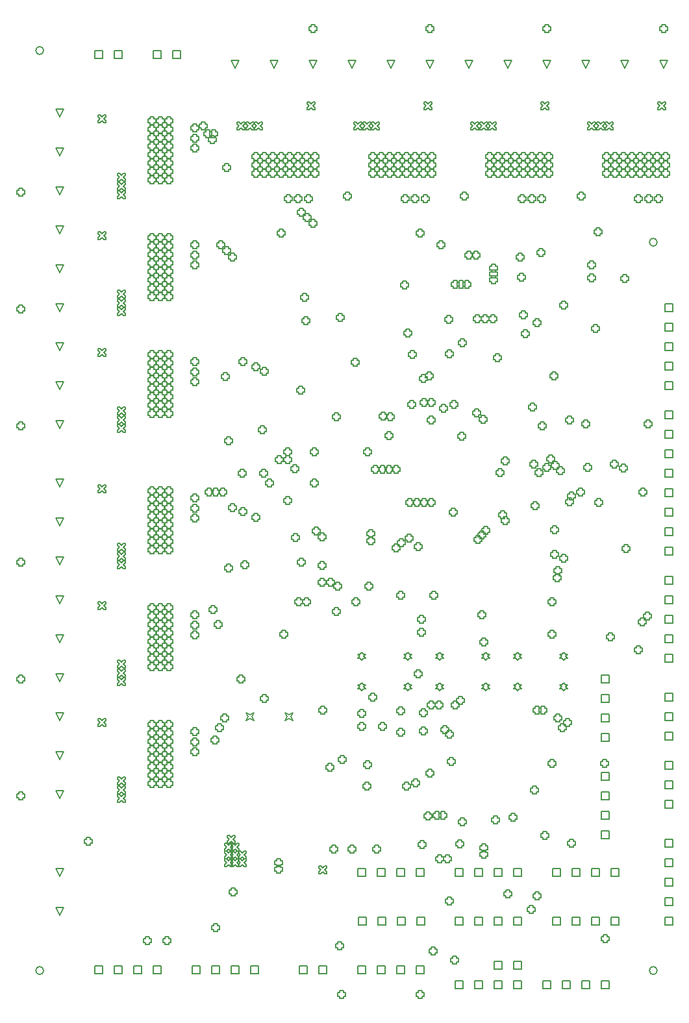
<source format=gbr>
%TF.GenerationSoftware,Altium Limited,Altium Designer,21.2.1 (34)*%
G04 Layer_Color=2752767*
%FSLAX25Y25*%
%MOIN*%
%TF.SameCoordinates,3D92BD4A-1653-4209-B07E-4AD3ED082CDC*%
%TF.FilePolarity,Positive*%
%TF.FileFunction,Drawing*%
%TF.Part,Single*%
G01*
G75*
%TA.AperFunction,NonConductor*%
%ADD155C,0.00500*%
%ADD156C,0.00667*%
D155*
X243000Y43000D02*
Y47000D01*
X247000D01*
Y43000D01*
X243000D01*
X253000D02*
Y47000D01*
X257000D01*
Y43000D01*
X253000D01*
X263000D02*
Y47000D01*
X267000D01*
Y43000D01*
X263000D01*
X233000D02*
Y47000D01*
X237000D01*
Y43000D01*
X233000D01*
X253000Y20500D02*
Y24500D01*
X257000D01*
Y20500D01*
X253000D01*
X263000D02*
Y24500D01*
X267000D01*
Y20500D01*
X263000D01*
X120000Y483000D02*
X118000Y487000D01*
X122000D01*
X120000Y483000D01*
X140000D02*
X138000Y487000D01*
X142000D01*
X140000Y483000D01*
X160000D02*
X158000Y487000D01*
X162000D01*
X160000Y483000D01*
X185000Y179000D02*
X186000Y180000D01*
X187000D01*
X186000Y181000D01*
X187000Y182000D01*
X186000D01*
X185000Y183000D01*
X184000Y182000D01*
X183000D01*
X184000Y181000D01*
X183000Y180000D01*
X184000D01*
X185000Y179000D01*
Y163252D02*
X186000Y164252D01*
X187000D01*
X186000Y165252D01*
X187000Y166252D01*
X186000D01*
X185000Y167252D01*
X184000Y166252D01*
X183000D01*
X184000Y165252D01*
X183000Y164252D01*
X184000D01*
X185000Y163252D01*
X208622D02*
X209622Y164252D01*
X210622D01*
X209622Y165252D01*
X210622Y166252D01*
X209622D01*
X208622Y167252D01*
X207622Y166252D01*
X206622D01*
X207622Y165252D01*
X206622Y164252D01*
X207622D01*
X208622Y163252D01*
Y179000D02*
X209622Y180000D01*
X210622D01*
X209622Y181000D01*
X210622Y182000D01*
X209622D01*
X208622Y183000D01*
X207622Y182000D01*
X206622D01*
X207622Y181000D01*
X206622Y180000D01*
X207622D01*
X208622Y179000D01*
X248622D02*
X249622Y180000D01*
X250622D01*
X249622Y181000D01*
X250622Y182000D01*
X249622D01*
X248622Y183000D01*
X247622Y182000D01*
X246622D01*
X247622Y181000D01*
X246622Y180000D01*
X247622D01*
X248622Y179000D01*
Y163252D02*
X249622Y164252D01*
X250622D01*
X249622Y165252D01*
X250622Y166252D01*
X249622D01*
X248622Y167252D01*
X247622Y166252D01*
X246622D01*
X247622Y165252D01*
X246622Y164252D01*
X247622D01*
X248622Y163252D01*
X225000D02*
X226000Y164252D01*
X227000D01*
X226000Y165252D01*
X227000Y166252D01*
X226000D01*
X225000Y167252D01*
X224000Y166252D01*
X223000D01*
X224000Y165252D01*
X223000Y164252D01*
X224000D01*
X225000Y163252D01*
Y179000D02*
X226000Y180000D01*
X227000D01*
X226000Y181000D01*
X227000Y182000D01*
X226000D01*
X225000Y183000D01*
X224000Y182000D01*
X223000D01*
X224000Y181000D01*
X223000Y180000D01*
X224000D01*
X225000Y179000D01*
X265000D02*
X266000Y180000D01*
X267000D01*
X266000Y181000D01*
X267000Y182000D01*
X266000D01*
X265000Y183000D01*
X264000Y182000D01*
X263000D01*
X264000Y181000D01*
X263000Y180000D01*
X264000D01*
X265000Y179000D01*
Y163252D02*
X266000Y164252D01*
X267000D01*
X266000Y165252D01*
X267000Y166252D01*
X266000D01*
X265000Y167252D01*
X264000Y166252D01*
X263000D01*
X264000Y165252D01*
X263000Y164252D01*
X264000D01*
X265000Y163252D01*
X288622D02*
X289622Y164252D01*
X290622D01*
X289622Y165252D01*
X290622Y166252D01*
X289622D01*
X288622Y167252D01*
X287622Y166252D01*
X286622D01*
X287622Y165252D01*
X286622Y164252D01*
X287622D01*
X288622Y163252D01*
Y179000D02*
X289622Y180000D01*
X290622D01*
X289622Y181000D01*
X290622Y182000D01*
X289622D01*
X288622Y183000D01*
X287622Y182000D01*
X286622D01*
X287622Y181000D01*
X286622Y180000D01*
X287622D01*
X288622Y179000D01*
X308000Y137527D02*
Y141527D01*
X312000D01*
Y137527D01*
X308000D01*
Y167527D02*
Y171527D01*
X312000D01*
Y167527D01*
X308000D01*
Y157527D02*
Y161527D01*
X312000D01*
Y157527D01*
X308000D01*
Y147527D02*
Y151527D01*
X312000D01*
Y147527D01*
X308000D01*
X30000Y68000D02*
X28000Y72000D01*
X32000D01*
X30000Y68000D01*
Y48000D02*
X28000Y52000D01*
X32000D01*
X30000Y48000D01*
X340500Y243000D02*
Y247000D01*
X344500D01*
Y243000D01*
X340500D01*
Y263000D02*
Y267000D01*
X344500D01*
Y263000D01*
X340500D01*
Y273000D02*
Y277000D01*
X344500D01*
Y273000D01*
X340500D01*
Y283000D02*
Y287000D01*
X344500D01*
Y283000D01*
X340500D01*
Y293000D02*
Y297000D01*
X344500D01*
Y293000D01*
X340500D01*
Y303000D02*
Y307000D01*
X344500D01*
Y303000D01*
X340500D01*
Y253000D02*
Y257000D01*
X344500D01*
Y253000D01*
X340500D01*
Y233000D02*
Y237000D01*
X344500D01*
Y233000D01*
X340500D01*
X58000Y18000D02*
Y22000D01*
X62000D01*
Y18000D01*
X58000D01*
X68000D02*
Y22000D01*
X72000D01*
Y18000D01*
X68000D01*
X78000D02*
Y22000D01*
X82000D01*
Y18000D01*
X78000D01*
X48000D02*
Y22000D01*
X52000D01*
Y18000D01*
X48000D01*
X340500Y138000D02*
Y142000D01*
X344500D01*
Y138000D01*
X340500D01*
Y148000D02*
Y152000D01*
X344500D01*
Y148000D01*
X340500D01*
Y158000D02*
Y162000D01*
X344500D01*
Y158000D01*
X340500D01*
Y103000D02*
Y107000D01*
X344500D01*
Y103000D01*
X340500D01*
Y113000D02*
Y117000D01*
X344500D01*
Y113000D01*
X340500D01*
Y123000D02*
Y127000D01*
X344500D01*
Y123000D01*
X340500D01*
X300000Y483000D02*
X298000Y487000D01*
X302000D01*
X300000Y483000D01*
X320000D02*
X318000Y487000D01*
X322000D01*
X320000Y483000D01*
X340000D02*
X338000Y487000D01*
X342000D01*
X340000Y483000D01*
X240000D02*
X238000Y487000D01*
X242000D01*
X240000Y483000D01*
X260000D02*
X258000Y487000D01*
X262000D01*
X260000Y483000D01*
X280000D02*
X278000Y487000D01*
X282000D01*
X280000Y483000D01*
X180000D02*
X178000Y487000D01*
X182000D01*
X180000Y483000D01*
X200000D02*
X198000Y487000D01*
X202000D01*
X200000Y483000D01*
X220000D02*
X218000Y487000D01*
X222000D01*
X220000Y483000D01*
X340500Y318000D02*
Y322000D01*
X344500D01*
Y318000D01*
X340500D01*
Y358000D02*
Y362000D01*
X344500D01*
Y358000D01*
X340500D01*
Y348000D02*
Y352000D01*
X344500D01*
Y348000D01*
X340500D01*
Y338000D02*
Y342000D01*
X344500D01*
Y338000D01*
X340500D01*
Y328000D02*
Y332000D01*
X344500D01*
Y328000D01*
X340500D01*
X30000Y458000D02*
X28000Y462000D01*
X32000D01*
X30000Y458000D01*
Y438000D02*
X28000Y442000D01*
X32000D01*
X30000Y438000D01*
Y418000D02*
X28000Y422000D01*
X32000D01*
X30000Y418000D01*
Y398000D02*
X28000Y402000D01*
X32000D01*
X30000Y398000D01*
Y378000D02*
X28000Y382000D01*
X32000D01*
X30000Y378000D01*
Y358000D02*
X28000Y362000D01*
X32000D01*
X30000Y358000D01*
Y338000D02*
X28000Y342000D01*
X32000D01*
X30000Y338000D01*
Y318000D02*
X28000Y322000D01*
X32000D01*
X30000Y318000D01*
Y298000D02*
X28000Y302000D01*
X32000D01*
X30000Y298000D01*
Y228000D02*
X28000Y232000D01*
X32000D01*
X30000Y228000D01*
Y248000D02*
X28000Y252000D01*
X32000D01*
X30000Y248000D01*
Y268000D02*
X28000Y272000D01*
X32000D01*
X30000Y268000D01*
Y208000D02*
X28000Y212000D01*
X32000D01*
X30000Y208000D01*
Y188000D02*
X28000Y192000D01*
X32000D01*
X30000Y188000D01*
Y168000D02*
X28000Y172000D01*
X32000D01*
X30000Y168000D01*
Y148000D02*
X28000Y152000D01*
X32000D01*
X30000Y148000D01*
Y128000D02*
X28000Y132000D01*
X32000D01*
X30000Y128000D01*
Y108000D02*
X28000Y112000D01*
X32000D01*
X30000Y108000D01*
X98000Y18000D02*
Y22000D01*
X102000D01*
Y18000D01*
X98000D01*
X128000D02*
Y22000D01*
X132000D01*
Y18000D01*
X128000D01*
X118000D02*
Y22000D01*
X122000D01*
Y18000D01*
X118000D01*
X108000D02*
Y22000D01*
X112000D01*
Y18000D01*
X108000D01*
X308000Y10500D02*
Y14500D01*
X312000D01*
Y10500D01*
X308000D01*
X298000D02*
Y14500D01*
X302000D01*
Y10500D01*
X298000D01*
X288000D02*
Y14500D01*
X292000D01*
Y10500D01*
X288000D01*
X278000D02*
Y14500D01*
X282000D01*
Y10500D01*
X278000D01*
X78000Y488000D02*
Y492000D01*
X82000D01*
Y488000D01*
X78000D01*
X88000D02*
Y492000D01*
X92000D01*
Y488000D01*
X88000D01*
X308000Y97527D02*
Y101527D01*
X312000D01*
Y97527D01*
X308000D01*
Y107527D02*
Y111527D01*
X312000D01*
Y107527D01*
X308000D01*
Y117527D02*
Y121527D01*
X312000D01*
Y117527D01*
X308000D01*
Y87527D02*
Y91527D01*
X312000D01*
Y87527D01*
X308000D01*
X48000Y488000D02*
Y492000D01*
X52000D01*
Y488000D01*
X48000D01*
X58000D02*
Y492000D01*
X62000D01*
Y488000D01*
X58000D01*
X340500Y188000D02*
Y192000D01*
X344500D01*
Y188000D01*
X340500D01*
Y198000D02*
Y202000D01*
X344500D01*
Y198000D01*
X340500D01*
Y208000D02*
Y212000D01*
X344500D01*
Y208000D01*
X340500D01*
Y218000D02*
Y222000D01*
X344500D01*
Y218000D01*
X340500D01*
Y178000D02*
Y182000D01*
X344500D01*
Y178000D01*
X340500D01*
X233000Y68000D02*
Y72000D01*
X237000D01*
Y68000D01*
X233000D01*
X263000D02*
Y72000D01*
X267000D01*
Y68000D01*
X263000D01*
X253000D02*
Y72000D01*
X257000D01*
Y68000D01*
X253000D01*
X243000D02*
Y72000D01*
X247000D01*
Y68000D01*
X243000D01*
X283000D02*
Y72000D01*
X287000D01*
Y68000D01*
X283000D01*
X313000D02*
Y72000D01*
X317000D01*
Y68000D01*
X313000D01*
X303000D02*
Y72000D01*
X307000D01*
Y68000D01*
X303000D01*
X293000D02*
Y72000D01*
X297000D01*
Y68000D01*
X293000D01*
Y43000D02*
Y47000D01*
X297000D01*
Y43000D01*
X293000D01*
X303000D02*
Y47000D01*
X307000D01*
Y43000D01*
X303000D01*
X313000D02*
Y47000D01*
X317000D01*
Y43000D01*
X313000D01*
X283000D02*
Y47000D01*
X287000D01*
Y43000D01*
X283000D01*
X233000Y10500D02*
Y14500D01*
X237000D01*
Y10500D01*
X233000D01*
X243000D02*
Y14500D01*
X247000D01*
Y10500D01*
X243000D01*
X253000D02*
Y14500D01*
X257000D01*
Y10500D01*
X253000D01*
X263000D02*
Y14500D01*
X267000D01*
Y10500D01*
X263000D01*
X340500Y43000D02*
Y47000D01*
X344500D01*
Y43000D01*
X340500D01*
Y83000D02*
Y87000D01*
X344500D01*
Y83000D01*
X340500D01*
Y73000D02*
Y77000D01*
X344500D01*
Y73000D01*
X340500D01*
Y63000D02*
Y67000D01*
X344500D01*
Y63000D01*
X340500D01*
Y53000D02*
Y57000D01*
X344500D01*
Y53000D01*
X340500D01*
X183157Y43000D02*
Y47000D01*
X187157D01*
Y43000D01*
X183157D01*
X213157D02*
Y47000D01*
X217157D01*
Y43000D01*
X213157D01*
X203157D02*
Y47000D01*
X207157D01*
Y43000D01*
X203157D01*
X193157D02*
Y47000D01*
X197157D01*
Y43000D01*
X193157D01*
X153000Y18000D02*
Y22000D01*
X157000D01*
Y18000D01*
X153000D01*
X163000Y18000D02*
Y22000D01*
X167000D01*
Y18000D01*
X163000D01*
X193000Y18000D02*
Y22000D01*
X197000D01*
Y18000D01*
X193000D01*
X203000D02*
Y22000D01*
X207000D01*
Y18000D01*
X203000D01*
X213000D02*
Y22000D01*
X217000D01*
Y18000D01*
X213000D01*
X183000D02*
Y22000D01*
X187000D01*
Y18000D01*
X183000D01*
Y68000D02*
Y72000D01*
X187000D01*
Y68000D01*
X183000D01*
X213000D02*
Y72000D01*
X217000D01*
Y68000D01*
X213000D01*
X203000D02*
Y72000D01*
X207000D01*
Y68000D01*
X203000D01*
X193000D02*
Y72000D01*
X197000D01*
Y68000D01*
X193000D01*
X125500Y148000D02*
X126500Y150000D01*
X125500Y152000D01*
X127500Y151000D01*
X129500Y152000D01*
X128500Y150000D01*
X129500Y148000D01*
X127500Y149000D01*
X125500Y148000D01*
X145500D02*
X146500Y150000D01*
X145500Y152000D01*
X147500Y151000D01*
X149500Y152000D01*
X148500Y150000D01*
X149500Y148000D01*
X147500Y149000D01*
X145500Y148000D01*
X80614Y119039D02*
Y118039D01*
X82614D01*
Y119039D01*
X83614D01*
Y121039D01*
X82614D01*
Y122039D01*
X80614D01*
Y121039D01*
X79614D01*
Y119039D01*
X80614D01*
Y123370D02*
Y122370D01*
X82614D01*
Y123370D01*
X83614D01*
Y125370D01*
X82614D01*
Y126370D01*
X80614D01*
Y125370D01*
X79614D01*
Y123370D01*
X80614D01*
Y127701D02*
Y126701D01*
X82614D01*
Y127701D01*
X83614D01*
Y129701D01*
X82614D01*
Y130701D01*
X80614D01*
Y129701D01*
X79614D01*
Y127701D01*
X80614D01*
Y132032D02*
Y131032D01*
X82614D01*
Y132032D01*
X83614D01*
Y134031D01*
X82614D01*
Y135031D01*
X80614D01*
Y134031D01*
X79614D01*
Y132032D01*
X80614D01*
Y114709D02*
Y113709D01*
X82614D01*
Y114709D01*
X83614D01*
Y116709D01*
X82614D01*
Y117709D01*
X80614D01*
Y116709D01*
X79614D01*
Y114709D01*
X80614D01*
X76284D02*
Y113709D01*
X78284D01*
Y114709D01*
X79283D01*
Y116709D01*
X78284D01*
Y117709D01*
X76284D01*
Y116709D01*
X75283D01*
Y114709D01*
X76284D01*
Y119039D02*
Y118039D01*
X78284D01*
Y119039D01*
X79283D01*
Y121039D01*
X78284D01*
Y122039D01*
X76284D01*
Y121039D01*
X75283D01*
Y119039D01*
X76284D01*
Y127701D02*
Y126701D01*
X78284D01*
Y127701D01*
X79283D01*
Y129701D01*
X78284D01*
Y130701D01*
X76284D01*
Y129701D01*
X75283D01*
Y127701D01*
X76284D01*
Y132032D02*
Y131032D01*
X78284D01*
Y132032D01*
X79283D01*
Y134031D01*
X78284D01*
Y135031D01*
X76284D01*
Y134031D01*
X75283D01*
Y132032D01*
X76284D01*
Y136362D02*
Y135362D01*
X78284D01*
Y136362D01*
X79283D01*
Y138362D01*
X78284D01*
Y139362D01*
X76284D01*
Y138362D01*
X75283D01*
Y136362D01*
X76284D01*
Y140693D02*
Y139693D01*
X78284D01*
Y140693D01*
X79283D01*
Y142693D01*
X78284D01*
Y143693D01*
X76284D01*
Y142693D01*
X75283D01*
Y140693D01*
X76284D01*
Y123370D02*
Y122370D01*
X78284D01*
Y123370D01*
X79283D01*
Y125370D01*
X78284D01*
Y126370D01*
X76284D01*
Y125370D01*
X75283D01*
Y123370D01*
X76284D01*
X84945Y114709D02*
Y113709D01*
X86945D01*
Y114709D01*
X87945D01*
Y116709D01*
X86945D01*
Y117709D01*
X84945D01*
Y116709D01*
X83945D01*
Y114709D01*
X84945D01*
Y119039D02*
Y118039D01*
X86945D01*
Y119039D01*
X87945D01*
Y121039D01*
X86945D01*
Y122039D01*
X84945D01*
Y121039D01*
X83945D01*
Y119039D01*
X84945D01*
Y123370D02*
Y122370D01*
X86945D01*
Y123370D01*
X87945D01*
Y125370D01*
X86945D01*
Y126370D01*
X84945D01*
Y125370D01*
X83945D01*
Y123370D01*
X84945D01*
Y127701D02*
Y126701D01*
X86945D01*
Y127701D01*
X87945D01*
Y129701D01*
X86945D01*
Y130701D01*
X84945D01*
Y129701D01*
X83945D01*
Y127701D01*
X84945D01*
Y132032D02*
Y131032D01*
X86945D01*
Y132032D01*
X87945D01*
Y134031D01*
X86945D01*
Y135031D01*
X84945D01*
Y134031D01*
X83945D01*
Y132032D01*
X84945D01*
Y136362D02*
Y135362D01*
X86945D01*
Y136362D01*
X87945D01*
Y138362D01*
X86945D01*
Y139362D01*
X84945D01*
Y138362D01*
X83945D01*
Y136362D01*
X84945D01*
X80614D02*
Y135362D01*
X82614D01*
Y136362D01*
X83614D01*
Y138362D01*
X82614D01*
Y139362D01*
X80614D01*
Y138362D01*
X79614D01*
Y136362D01*
X80614D01*
X84945Y140693D02*
Y139693D01*
X86945D01*
Y140693D01*
X87945D01*
Y142693D01*
X86945D01*
Y143693D01*
X84945D01*
Y142693D01*
X83945D01*
Y140693D01*
X84945D01*
X80614D02*
Y139693D01*
X82614D01*
Y140693D01*
X83614D01*
Y142693D01*
X82614D01*
Y143693D01*
X80614D01*
Y142693D01*
X79614D01*
Y140693D01*
X80614D01*
X84945Y145024D02*
Y144024D01*
X86945D01*
Y145024D01*
X87945D01*
Y147024D01*
X86945D01*
Y148024D01*
X84945D01*
Y147024D01*
X83945D01*
Y145024D01*
X84945D01*
X80614D02*
Y144024D01*
X82614D01*
Y145024D01*
X83614D01*
Y147024D01*
X82614D01*
Y148024D01*
X80614D01*
Y147024D01*
X79614D01*
Y145024D01*
X80614D01*
X76284D02*
Y144024D01*
X78284D01*
Y145024D01*
X79283D01*
Y147024D01*
X78284D01*
Y148024D01*
X76284D01*
Y147024D01*
X75283D01*
Y145024D01*
X76284D01*
Y205024D02*
Y204024D01*
X78284D01*
Y205024D01*
X79283D01*
Y207024D01*
X78284D01*
Y208024D01*
X76284D01*
Y207024D01*
X75283D01*
Y205024D01*
X76284D01*
X80614D02*
Y204024D01*
X82614D01*
Y205024D01*
X83614D01*
Y207024D01*
X82614D01*
Y208024D01*
X80614D01*
Y207024D01*
X79614D01*
Y205024D01*
X80614D01*
X84945D02*
Y204024D01*
X86945D01*
Y205024D01*
X87945D01*
Y207024D01*
X86945D01*
Y208024D01*
X84945D01*
Y207024D01*
X83945D01*
Y205024D01*
X84945D01*
X80614Y200693D02*
Y199693D01*
X82614D01*
Y200693D01*
X83614D01*
Y202693D01*
X82614D01*
Y203693D01*
X80614D01*
Y202693D01*
X79614D01*
Y200693D01*
X80614D01*
X84945D02*
Y199693D01*
X86945D01*
Y200693D01*
X87945D01*
Y202693D01*
X86945D01*
Y203693D01*
X84945D01*
Y202693D01*
X83945D01*
Y200693D01*
X84945D01*
X80614Y196362D02*
Y195362D01*
X82614D01*
Y196362D01*
X83614D01*
Y198362D01*
X82614D01*
Y199362D01*
X80614D01*
Y198362D01*
X79614D01*
Y196362D01*
X80614D01*
X84945D02*
Y195362D01*
X86945D01*
Y196362D01*
X87945D01*
Y198362D01*
X86945D01*
Y199362D01*
X84945D01*
Y198362D01*
X83945D01*
Y196362D01*
X84945D01*
Y192032D02*
Y191032D01*
X86945D01*
Y192032D01*
X87945D01*
Y194032D01*
X86945D01*
Y195031D01*
X84945D01*
Y194032D01*
X83945D01*
Y192032D01*
X84945D01*
Y187701D02*
Y186701D01*
X86945D01*
Y187701D01*
X87945D01*
Y189701D01*
X86945D01*
Y190701D01*
X84945D01*
Y189701D01*
X83945D01*
Y187701D01*
X84945D01*
Y183370D02*
Y182370D01*
X86945D01*
Y183370D01*
X87945D01*
Y185370D01*
X86945D01*
Y186370D01*
X84945D01*
Y185370D01*
X83945D01*
Y183370D01*
X84945D01*
Y179039D02*
Y178039D01*
X86945D01*
Y179039D01*
X87945D01*
Y181039D01*
X86945D01*
Y182039D01*
X84945D01*
Y181039D01*
X83945D01*
Y179039D01*
X84945D01*
Y174709D02*
Y173709D01*
X86945D01*
Y174709D01*
X87945D01*
Y176709D01*
X86945D01*
Y177709D01*
X84945D01*
Y176709D01*
X83945D01*
Y174709D01*
X84945D01*
X76284Y183370D02*
Y182370D01*
X78284D01*
Y183370D01*
X79283D01*
Y185370D01*
X78284D01*
Y186370D01*
X76284D01*
Y185370D01*
X75283D01*
Y183370D01*
X76284D01*
Y200693D02*
Y199693D01*
X78284D01*
Y200693D01*
X79283D01*
Y202693D01*
X78284D01*
Y203693D01*
X76284D01*
Y202693D01*
X75283D01*
Y200693D01*
X76284D01*
Y196362D02*
Y195362D01*
X78284D01*
Y196362D01*
X79283D01*
Y198362D01*
X78284D01*
Y199362D01*
X76284D01*
Y198362D01*
X75283D01*
Y196362D01*
X76284D01*
Y192032D02*
Y191032D01*
X78284D01*
Y192032D01*
X79283D01*
Y194032D01*
X78284D01*
Y195031D01*
X76284D01*
Y194032D01*
X75283D01*
Y192032D01*
X76284D01*
Y187701D02*
Y186701D01*
X78284D01*
Y187701D01*
X79283D01*
Y189701D01*
X78284D01*
Y190701D01*
X76284D01*
Y189701D01*
X75283D01*
Y187701D01*
X76284D01*
Y179039D02*
Y178039D01*
X78284D01*
Y179039D01*
X79283D01*
Y181039D01*
X78284D01*
Y182039D01*
X76284D01*
Y181039D01*
X75283D01*
Y179039D01*
X76284D01*
Y174709D02*
Y173709D01*
X78284D01*
Y174709D01*
X79283D01*
Y176709D01*
X78284D01*
Y177709D01*
X76284D01*
Y176709D01*
X75283D01*
Y174709D01*
X76284D01*
X80614D02*
Y173709D01*
X82614D01*
Y174709D01*
X83614D01*
Y176709D01*
X82614D01*
Y177709D01*
X80614D01*
Y176709D01*
X79614D01*
Y174709D01*
X80614D01*
Y192032D02*
Y191032D01*
X82614D01*
Y192032D01*
X83614D01*
Y194032D01*
X82614D01*
Y195031D01*
X80614D01*
Y194032D01*
X79614D01*
Y192032D01*
X80614D01*
Y187701D02*
Y186701D01*
X82614D01*
Y187701D01*
X83614D01*
Y189701D01*
X82614D01*
Y190701D01*
X80614D01*
Y189701D01*
X79614D01*
Y187701D01*
X80614D01*
Y183370D02*
Y182370D01*
X82614D01*
Y183370D01*
X83614D01*
Y185370D01*
X82614D01*
Y186370D01*
X80614D01*
Y185370D01*
X79614D01*
Y183370D01*
X80614D01*
Y179039D02*
Y178039D01*
X82614D01*
Y179039D01*
X83614D01*
Y181039D01*
X82614D01*
Y182039D01*
X80614D01*
Y181039D01*
X79614D01*
Y179039D01*
X80614D01*
Y239039D02*
Y238039D01*
X82614D01*
Y239039D01*
X83614D01*
Y241039D01*
X82614D01*
Y242039D01*
X80614D01*
Y241039D01*
X79614D01*
Y239039D01*
X80614D01*
Y243370D02*
Y242370D01*
X82614D01*
Y243370D01*
X83614D01*
Y245370D01*
X82614D01*
Y246370D01*
X80614D01*
Y245370D01*
X79614D01*
Y243370D01*
X80614D01*
Y247701D02*
Y246701D01*
X82614D01*
Y247701D01*
X83614D01*
Y249701D01*
X82614D01*
Y250701D01*
X80614D01*
Y249701D01*
X79614D01*
Y247701D01*
X80614D01*
Y252031D02*
Y251031D01*
X82614D01*
Y252031D01*
X83614D01*
Y254031D01*
X82614D01*
Y255031D01*
X80614D01*
Y254031D01*
X79614D01*
Y252031D01*
X80614D01*
Y234709D02*
Y233709D01*
X82614D01*
Y234709D01*
X83614D01*
Y236709D01*
X82614D01*
Y237709D01*
X80614D01*
Y236709D01*
X79614D01*
Y234709D01*
X80614D01*
X76284D02*
Y233709D01*
X78284D01*
Y234709D01*
X79283D01*
Y236709D01*
X78284D01*
Y237709D01*
X76284D01*
Y236709D01*
X75283D01*
Y234709D01*
X76284D01*
Y239039D02*
Y238039D01*
X78284D01*
Y239039D01*
X79283D01*
Y241039D01*
X78284D01*
Y242039D01*
X76284D01*
Y241039D01*
X75283D01*
Y239039D01*
X76284D01*
Y247701D02*
Y246701D01*
X78284D01*
Y247701D01*
X79283D01*
Y249701D01*
X78284D01*
Y250701D01*
X76284D01*
Y249701D01*
X75283D01*
Y247701D01*
X76284D01*
Y252031D02*
Y251031D01*
X78284D01*
Y252031D01*
X79283D01*
Y254031D01*
X78284D01*
Y255031D01*
X76284D01*
Y254031D01*
X75283D01*
Y252031D01*
X76284D01*
Y256362D02*
Y255362D01*
X78284D01*
Y256362D01*
X79283D01*
Y258362D01*
X78284D01*
Y259362D01*
X76284D01*
Y258362D01*
X75283D01*
Y256362D01*
X76284D01*
Y260693D02*
Y259693D01*
X78284D01*
Y260693D01*
X79283D01*
Y262693D01*
X78284D01*
Y263693D01*
X76284D01*
Y262693D01*
X75283D01*
Y260693D01*
X76284D01*
Y243370D02*
Y242370D01*
X78284D01*
Y243370D01*
X79283D01*
Y245370D01*
X78284D01*
Y246370D01*
X76284D01*
Y245370D01*
X75283D01*
Y243370D01*
X76284D01*
X84945Y234709D02*
Y233709D01*
X86945D01*
Y234709D01*
X87945D01*
Y236709D01*
X86945D01*
Y237709D01*
X84945D01*
Y236709D01*
X83945D01*
Y234709D01*
X84945D01*
Y239039D02*
Y238039D01*
X86945D01*
Y239039D01*
X87945D01*
Y241039D01*
X86945D01*
Y242039D01*
X84945D01*
Y241039D01*
X83945D01*
Y239039D01*
X84945D01*
Y243370D02*
Y242370D01*
X86945D01*
Y243370D01*
X87945D01*
Y245370D01*
X86945D01*
Y246370D01*
X84945D01*
Y245370D01*
X83945D01*
Y243370D01*
X84945D01*
Y247701D02*
Y246701D01*
X86945D01*
Y247701D01*
X87945D01*
Y249701D01*
X86945D01*
Y250701D01*
X84945D01*
Y249701D01*
X83945D01*
Y247701D01*
X84945D01*
Y252031D02*
Y251031D01*
X86945D01*
Y252031D01*
X87945D01*
Y254031D01*
X86945D01*
Y255031D01*
X84945D01*
Y254031D01*
X83945D01*
Y252031D01*
X84945D01*
Y256362D02*
Y255362D01*
X86945D01*
Y256362D01*
X87945D01*
Y258362D01*
X86945D01*
Y259362D01*
X84945D01*
Y258362D01*
X83945D01*
Y256362D01*
X84945D01*
X80614D02*
Y255362D01*
X82614D01*
Y256362D01*
X83614D01*
Y258362D01*
X82614D01*
Y259362D01*
X80614D01*
Y258362D01*
X79614D01*
Y256362D01*
X80614D01*
X84945Y260693D02*
Y259693D01*
X86945D01*
Y260693D01*
X87945D01*
Y262693D01*
X86945D01*
Y263693D01*
X84945D01*
Y262693D01*
X83945D01*
Y260693D01*
X84945D01*
X80614D02*
Y259693D01*
X82614D01*
Y260693D01*
X83614D01*
Y262693D01*
X82614D01*
Y263693D01*
X80614D01*
Y262693D01*
X79614D01*
Y260693D01*
X80614D01*
X84945Y265024D02*
Y264024D01*
X86945D01*
Y265024D01*
X87945D01*
Y267024D01*
X86945D01*
Y268024D01*
X84945D01*
Y267024D01*
X83945D01*
Y265024D01*
X84945D01*
X80614D02*
Y264024D01*
X82614D01*
Y265024D01*
X83614D01*
Y267024D01*
X82614D01*
Y268024D01*
X80614D01*
Y267024D01*
X79614D01*
Y265024D01*
X80614D01*
X76284D02*
Y264024D01*
X78284D01*
Y265024D01*
X79283D01*
Y267024D01*
X78284D01*
Y268024D01*
X76284D01*
Y267024D01*
X75283D01*
Y265024D01*
X76284D01*
Y335024D02*
Y334024D01*
X78284D01*
Y335024D01*
X79283D01*
Y337024D01*
X78284D01*
Y338024D01*
X76284D01*
Y337024D01*
X75283D01*
Y335024D01*
X76284D01*
X80614D02*
Y334024D01*
X82614D01*
Y335024D01*
X83614D01*
Y337024D01*
X82614D01*
Y338024D01*
X80614D01*
Y337024D01*
X79614D01*
Y335024D01*
X80614D01*
X84945D02*
Y334024D01*
X86945D01*
Y335024D01*
X87945D01*
Y337024D01*
X86945D01*
Y338024D01*
X84945D01*
Y337024D01*
X83945D01*
Y335024D01*
X84945D01*
X80614Y330693D02*
Y329693D01*
X82614D01*
Y330693D01*
X83614D01*
Y332693D01*
X82614D01*
Y333693D01*
X80614D01*
Y332693D01*
X79614D01*
Y330693D01*
X80614D01*
X84945D02*
Y329693D01*
X86945D01*
Y330693D01*
X87945D01*
Y332693D01*
X86945D01*
Y333693D01*
X84945D01*
Y332693D01*
X83945D01*
Y330693D01*
X84945D01*
X80614Y326362D02*
Y325362D01*
X82614D01*
Y326362D01*
X83614D01*
Y328362D01*
X82614D01*
Y329362D01*
X80614D01*
Y328362D01*
X79614D01*
Y326362D01*
X80614D01*
X84945D02*
Y325362D01*
X86945D01*
Y326362D01*
X87945D01*
Y328362D01*
X86945D01*
Y329362D01*
X84945D01*
Y328362D01*
X83945D01*
Y326362D01*
X84945D01*
Y322031D02*
Y321031D01*
X86945D01*
Y322031D01*
X87945D01*
Y324031D01*
X86945D01*
Y325031D01*
X84945D01*
Y324031D01*
X83945D01*
Y322031D01*
X84945D01*
Y317701D02*
Y316701D01*
X86945D01*
Y317701D01*
X87945D01*
Y319701D01*
X86945D01*
Y320701D01*
X84945D01*
Y319701D01*
X83945D01*
Y317701D01*
X84945D01*
Y313370D02*
Y312370D01*
X86945D01*
Y313370D01*
X87945D01*
Y315370D01*
X86945D01*
Y316370D01*
X84945D01*
Y315370D01*
X83945D01*
Y313370D01*
X84945D01*
Y309039D02*
Y308039D01*
X86945D01*
Y309039D01*
X87945D01*
Y311039D01*
X86945D01*
Y312039D01*
X84945D01*
Y311039D01*
X83945D01*
Y309039D01*
X84945D01*
Y304709D02*
Y303709D01*
X86945D01*
Y304709D01*
X87945D01*
Y306709D01*
X86945D01*
Y307709D01*
X84945D01*
Y306709D01*
X83945D01*
Y304709D01*
X84945D01*
X76284Y313370D02*
Y312370D01*
X78284D01*
Y313370D01*
X79283D01*
Y315370D01*
X78284D01*
Y316370D01*
X76284D01*
Y315370D01*
X75283D01*
Y313370D01*
X76284D01*
Y330693D02*
Y329693D01*
X78284D01*
Y330693D01*
X79283D01*
Y332693D01*
X78284D01*
Y333693D01*
X76284D01*
Y332693D01*
X75283D01*
Y330693D01*
X76284D01*
Y326362D02*
Y325362D01*
X78284D01*
Y326362D01*
X79283D01*
Y328362D01*
X78284D01*
Y329362D01*
X76284D01*
Y328362D01*
X75283D01*
Y326362D01*
X76284D01*
Y322031D02*
Y321031D01*
X78284D01*
Y322031D01*
X79283D01*
Y324031D01*
X78284D01*
Y325031D01*
X76284D01*
Y324031D01*
X75283D01*
Y322031D01*
X76284D01*
Y317701D02*
Y316701D01*
X78284D01*
Y317701D01*
X79283D01*
Y319701D01*
X78284D01*
Y320701D01*
X76284D01*
Y319701D01*
X75283D01*
Y317701D01*
X76284D01*
Y309039D02*
Y308039D01*
X78284D01*
Y309039D01*
X79283D01*
Y311039D01*
X78284D01*
Y312039D01*
X76284D01*
Y311039D01*
X75283D01*
Y309039D01*
X76284D01*
Y304709D02*
Y303709D01*
X78284D01*
Y304709D01*
X79283D01*
Y306709D01*
X78284D01*
Y307709D01*
X76284D01*
Y306709D01*
X75283D01*
Y304709D01*
X76284D01*
X80614D02*
Y303709D01*
X82614D01*
Y304709D01*
X83614D01*
Y306709D01*
X82614D01*
Y307709D01*
X80614D01*
Y306709D01*
X79614D01*
Y304709D01*
X80614D01*
Y322031D02*
Y321031D01*
X82614D01*
Y322031D01*
X83614D01*
Y324031D01*
X82614D01*
Y325031D01*
X80614D01*
Y324031D01*
X79614D01*
Y322031D01*
X80614D01*
Y317701D02*
Y316701D01*
X82614D01*
Y317701D01*
X83614D01*
Y319701D01*
X82614D01*
Y320701D01*
X80614D01*
Y319701D01*
X79614D01*
Y317701D01*
X80614D01*
Y313370D02*
Y312370D01*
X82614D01*
Y313370D01*
X83614D01*
Y315370D01*
X82614D01*
Y316370D01*
X80614D01*
Y315370D01*
X79614D01*
Y313370D01*
X80614D01*
Y309039D02*
Y308039D01*
X82614D01*
Y309039D01*
X83614D01*
Y311039D01*
X82614D01*
Y312039D01*
X80614D01*
Y311039D01*
X79614D01*
Y309039D01*
X80614D01*
Y369039D02*
Y368039D01*
X82614D01*
Y369039D01*
X83614D01*
Y371039D01*
X82614D01*
Y372039D01*
X80614D01*
Y371039D01*
X79614D01*
Y369039D01*
X80614D01*
Y373370D02*
Y372370D01*
X82614D01*
Y373370D01*
X83614D01*
Y375370D01*
X82614D01*
Y376370D01*
X80614D01*
Y375370D01*
X79614D01*
Y373370D01*
X80614D01*
Y377701D02*
Y376701D01*
X82614D01*
Y377701D01*
X83614D01*
Y379701D01*
X82614D01*
Y380701D01*
X80614D01*
Y379701D01*
X79614D01*
Y377701D01*
X80614D01*
Y382031D02*
Y381031D01*
X82614D01*
Y382031D01*
X83614D01*
Y384032D01*
X82614D01*
Y385032D01*
X80614D01*
Y384032D01*
X79614D01*
Y382031D01*
X80614D01*
Y364709D02*
Y363709D01*
X82614D01*
Y364709D01*
X83614D01*
Y366709D01*
X82614D01*
Y367709D01*
X80614D01*
Y366709D01*
X79614D01*
Y364709D01*
X80614D01*
X76284D02*
Y363709D01*
X78284D01*
Y364709D01*
X79283D01*
Y366709D01*
X78284D01*
Y367709D01*
X76284D01*
Y366709D01*
X75283D01*
Y364709D01*
X76284D01*
Y369039D02*
Y368039D01*
X78284D01*
Y369039D01*
X79283D01*
Y371039D01*
X78284D01*
Y372039D01*
X76284D01*
Y371039D01*
X75283D01*
Y369039D01*
X76284D01*
Y377701D02*
Y376701D01*
X78284D01*
Y377701D01*
X79283D01*
Y379701D01*
X78284D01*
Y380701D01*
X76284D01*
Y379701D01*
X75283D01*
Y377701D01*
X76284D01*
Y382031D02*
Y381031D01*
X78284D01*
Y382031D01*
X79283D01*
Y384032D01*
X78284D01*
Y385032D01*
X76284D01*
Y384032D01*
X75283D01*
Y382031D01*
X76284D01*
Y386362D02*
Y385362D01*
X78284D01*
Y386362D01*
X79283D01*
Y388362D01*
X78284D01*
Y389362D01*
X76284D01*
Y388362D01*
X75283D01*
Y386362D01*
X76284D01*
Y390693D02*
Y389693D01*
X78284D01*
Y390693D01*
X79283D01*
Y392693D01*
X78284D01*
Y393693D01*
X76284D01*
Y392693D01*
X75283D01*
Y390693D01*
X76284D01*
Y373370D02*
Y372370D01*
X78284D01*
Y373370D01*
X79283D01*
Y375370D01*
X78284D01*
Y376370D01*
X76284D01*
Y375370D01*
X75283D01*
Y373370D01*
X76284D01*
X84945Y364709D02*
Y363709D01*
X86945D01*
Y364709D01*
X87945D01*
Y366709D01*
X86945D01*
Y367709D01*
X84945D01*
Y366709D01*
X83945D01*
Y364709D01*
X84945D01*
Y369039D02*
Y368039D01*
X86945D01*
Y369039D01*
X87945D01*
Y371039D01*
X86945D01*
Y372039D01*
X84945D01*
Y371039D01*
X83945D01*
Y369039D01*
X84945D01*
Y373370D02*
Y372370D01*
X86945D01*
Y373370D01*
X87945D01*
Y375370D01*
X86945D01*
Y376370D01*
X84945D01*
Y375370D01*
X83945D01*
Y373370D01*
X84945D01*
Y377701D02*
Y376701D01*
X86945D01*
Y377701D01*
X87945D01*
Y379701D01*
X86945D01*
Y380701D01*
X84945D01*
Y379701D01*
X83945D01*
Y377701D01*
X84945D01*
Y382031D02*
Y381031D01*
X86945D01*
Y382031D01*
X87945D01*
Y384032D01*
X86945D01*
Y385032D01*
X84945D01*
Y384032D01*
X83945D01*
Y382031D01*
X84945D01*
Y386362D02*
Y385362D01*
X86945D01*
Y386362D01*
X87945D01*
Y388362D01*
X86945D01*
Y389362D01*
X84945D01*
Y388362D01*
X83945D01*
Y386362D01*
X84945D01*
X80614D02*
Y385362D01*
X82614D01*
Y386362D01*
X83614D01*
Y388362D01*
X82614D01*
Y389362D01*
X80614D01*
Y388362D01*
X79614D01*
Y386362D01*
X80614D01*
X84945Y390693D02*
Y389693D01*
X86945D01*
Y390693D01*
X87945D01*
Y392693D01*
X86945D01*
Y393693D01*
X84945D01*
Y392693D01*
X83945D01*
Y390693D01*
X84945D01*
X80614D02*
Y389693D01*
X82614D01*
Y390693D01*
X83614D01*
Y392693D01*
X82614D01*
Y393693D01*
X80614D01*
Y392693D01*
X79614D01*
Y390693D01*
X80614D01*
X84945Y395024D02*
Y394024D01*
X86945D01*
Y395024D01*
X87945D01*
Y397024D01*
X86945D01*
Y398024D01*
X84945D01*
Y397024D01*
X83945D01*
Y395024D01*
X84945D01*
X80614D02*
Y394024D01*
X82614D01*
Y395024D01*
X83614D01*
Y397024D01*
X82614D01*
Y398024D01*
X80614D01*
Y397024D01*
X79614D01*
Y395024D01*
X80614D01*
X76284D02*
Y394024D01*
X78284D01*
Y395024D01*
X79283D01*
Y397024D01*
X78284D01*
Y398024D01*
X76284D01*
Y397024D01*
X75283D01*
Y395024D01*
X76284D01*
Y455024D02*
Y454024D01*
X78284D01*
Y455024D01*
X79283D01*
Y457024D01*
X78284D01*
Y458024D01*
X76284D01*
Y457024D01*
X75283D01*
Y455024D01*
X76284D01*
X80614D02*
Y454024D01*
X82614D01*
Y455024D01*
X83614D01*
Y457024D01*
X82614D01*
Y458024D01*
X80614D01*
Y457024D01*
X79614D01*
Y455024D01*
X80614D01*
X84945D02*
Y454024D01*
X86945D01*
Y455024D01*
X87945D01*
Y457024D01*
X86945D01*
Y458024D01*
X84945D01*
Y457024D01*
X83945D01*
Y455024D01*
X84945D01*
X80614Y450693D02*
Y449693D01*
X82614D01*
Y450693D01*
X83614D01*
Y452693D01*
X82614D01*
Y453693D01*
X80614D01*
Y452693D01*
X79614D01*
Y450693D01*
X80614D01*
X84945D02*
Y449693D01*
X86945D01*
Y450693D01*
X87945D01*
Y452693D01*
X86945D01*
Y453693D01*
X84945D01*
Y452693D01*
X83945D01*
Y450693D01*
X84945D01*
X80614Y446362D02*
Y445362D01*
X82614D01*
Y446362D01*
X83614D01*
Y448362D01*
X82614D01*
Y449362D01*
X80614D01*
Y448362D01*
X79614D01*
Y446362D01*
X80614D01*
X84945D02*
Y445362D01*
X86945D01*
Y446362D01*
X87945D01*
Y448362D01*
X86945D01*
Y449362D01*
X84945D01*
Y448362D01*
X83945D01*
Y446362D01*
X84945D01*
Y442031D02*
Y441032D01*
X86945D01*
Y442031D01*
X87945D01*
Y444031D01*
X86945D01*
Y445031D01*
X84945D01*
Y444031D01*
X83945D01*
Y442031D01*
X84945D01*
Y437701D02*
Y436701D01*
X86945D01*
Y437701D01*
X87945D01*
Y439701D01*
X86945D01*
Y440701D01*
X84945D01*
Y439701D01*
X83945D01*
Y437701D01*
X84945D01*
Y433370D02*
Y432370D01*
X86945D01*
Y433370D01*
X87945D01*
Y435370D01*
X86945D01*
Y436370D01*
X84945D01*
Y435370D01*
X83945D01*
Y433370D01*
X84945D01*
Y429039D02*
Y428039D01*
X86945D01*
Y429039D01*
X87945D01*
Y431039D01*
X86945D01*
Y432039D01*
X84945D01*
Y431039D01*
X83945D01*
Y429039D01*
X84945D01*
Y424709D02*
Y423709D01*
X86945D01*
Y424709D01*
X87945D01*
Y426709D01*
X86945D01*
Y427709D01*
X84945D01*
Y426709D01*
X83945D01*
Y424709D01*
X84945D01*
X76284Y433370D02*
Y432370D01*
X78284D01*
Y433370D01*
X79283D01*
Y435370D01*
X78284D01*
Y436370D01*
X76284D01*
Y435370D01*
X75283D01*
Y433370D01*
X76284D01*
Y450693D02*
Y449693D01*
X78284D01*
Y450693D01*
X79283D01*
Y452693D01*
X78284D01*
Y453693D01*
X76284D01*
Y452693D01*
X75283D01*
Y450693D01*
X76284D01*
Y446362D02*
Y445362D01*
X78284D01*
Y446362D01*
X79283D01*
Y448362D01*
X78284D01*
Y449362D01*
X76284D01*
Y448362D01*
X75283D01*
Y446362D01*
X76284D01*
Y442031D02*
Y441032D01*
X78284D01*
Y442031D01*
X79283D01*
Y444031D01*
X78284D01*
Y445031D01*
X76284D01*
Y444031D01*
X75283D01*
Y442031D01*
X76284D01*
Y437701D02*
Y436701D01*
X78284D01*
Y437701D01*
X79283D01*
Y439701D01*
X78284D01*
Y440701D01*
X76284D01*
Y439701D01*
X75283D01*
Y437701D01*
X76284D01*
Y429039D02*
Y428039D01*
X78284D01*
Y429039D01*
X79283D01*
Y431039D01*
X78284D01*
Y432039D01*
X76284D01*
Y431039D01*
X75283D01*
Y429039D01*
X76284D01*
Y424709D02*
Y423709D01*
X78284D01*
Y424709D01*
X79283D01*
Y426709D01*
X78284D01*
Y427709D01*
X76284D01*
Y426709D01*
X75283D01*
Y424709D01*
X76284D01*
X80614D02*
Y423709D01*
X82614D01*
Y424709D01*
X83614D01*
Y426709D01*
X82614D01*
Y427709D01*
X80614D01*
Y426709D01*
X79614D01*
Y424709D01*
X80614D01*
Y442031D02*
Y441032D01*
X82614D01*
Y442031D01*
X83614D01*
Y444031D01*
X82614D01*
Y445031D01*
X80614D01*
Y444031D01*
X79614D01*
Y442031D01*
X80614D01*
Y437701D02*
Y436701D01*
X82614D01*
Y437701D01*
X83614D01*
Y439701D01*
X82614D01*
Y440701D01*
X80614D01*
Y439701D01*
X79614D01*
Y437701D01*
X80614D01*
Y433370D02*
Y432370D01*
X82614D01*
Y433370D01*
X83614D01*
Y435370D01*
X82614D01*
Y436370D01*
X80614D01*
Y435370D01*
X79614D01*
Y433370D01*
X80614D01*
Y429039D02*
Y428039D01*
X82614D01*
Y429039D01*
X83614D01*
Y431039D01*
X82614D01*
Y432039D01*
X80614D01*
Y431039D01*
X79614D01*
Y429039D01*
X80614D01*
X134039Y432386D02*
Y431386D01*
X136039D01*
Y432386D01*
X137039D01*
Y434386D01*
X136039D01*
Y435386D01*
X134039D01*
Y434386D01*
X133039D01*
Y432386D01*
X134039D01*
X138370D02*
Y431386D01*
X140370D01*
Y432386D01*
X141370D01*
Y434386D01*
X140370D01*
Y435386D01*
X138370D01*
Y434386D01*
X137370D01*
Y432386D01*
X138370D01*
X142701D02*
Y431386D01*
X144701D01*
Y432386D01*
X145701D01*
Y434386D01*
X144701D01*
Y435386D01*
X142701D01*
Y434386D01*
X141701D01*
Y432386D01*
X142701D01*
X147031D02*
Y431386D01*
X149031D01*
Y432386D01*
X150031D01*
Y434386D01*
X149031D01*
Y435386D01*
X147031D01*
Y434386D01*
X146031D01*
Y432386D01*
X147031D01*
X129709D02*
Y431386D01*
X131709D01*
Y432386D01*
X132709D01*
Y434386D01*
X131709D01*
Y435386D01*
X129709D01*
Y434386D01*
X128709D01*
Y432386D01*
X129709D01*
Y436717D02*
Y435716D01*
X131709D01*
Y436717D01*
X132709D01*
Y438717D01*
X131709D01*
Y439716D01*
X129709D01*
Y438717D01*
X128709D01*
Y436717D01*
X129709D01*
X134039D02*
Y435716D01*
X136039D01*
Y436717D01*
X137039D01*
Y438717D01*
X136039D01*
Y439716D01*
X134039D01*
Y438717D01*
X133039D01*
Y436717D01*
X134039D01*
X142701D02*
Y435716D01*
X144701D01*
Y436717D01*
X145701D01*
Y438717D01*
X144701D01*
Y439716D01*
X142701D01*
Y438717D01*
X141701D01*
Y436717D01*
X142701D01*
X147031D02*
Y435716D01*
X149031D01*
Y436717D01*
X150031D01*
Y438717D01*
X149031D01*
Y439716D01*
X147031D01*
Y438717D01*
X146031D01*
Y436717D01*
X147031D01*
X151362D02*
Y435716D01*
X153362D01*
Y436717D01*
X154362D01*
Y438717D01*
X153362D01*
Y439716D01*
X151362D01*
Y438717D01*
X150362D01*
Y436717D01*
X151362D01*
X155693D02*
Y435716D01*
X157693D01*
Y436717D01*
X158693D01*
Y438717D01*
X157693D01*
Y439716D01*
X155693D01*
Y438717D01*
X154693D01*
Y436717D01*
X155693D01*
X138370D02*
Y435716D01*
X140370D01*
Y436717D01*
X141370D01*
Y438717D01*
X140370D01*
Y439716D01*
X138370D01*
Y438717D01*
X137370D01*
Y436717D01*
X138370D01*
X129709Y428055D02*
Y427055D01*
X131709D01*
Y428055D01*
X132709D01*
Y430055D01*
X131709D01*
Y431055D01*
X129709D01*
Y430055D01*
X128709D01*
Y428055D01*
X129709D01*
X134039D02*
Y427055D01*
X136039D01*
Y428055D01*
X137039D01*
Y430055D01*
X136039D01*
Y431055D01*
X134039D01*
Y430055D01*
X133039D01*
Y428055D01*
X134039D01*
X138370D02*
Y427055D01*
X140370D01*
Y428055D01*
X141370D01*
Y430055D01*
X140370D01*
Y431055D01*
X138370D01*
Y430055D01*
X137370D01*
Y428055D01*
X138370D01*
X142701D02*
Y427055D01*
X144701D01*
Y428055D01*
X145701D01*
Y430055D01*
X144701D01*
Y431055D01*
X142701D01*
Y430055D01*
X141701D01*
Y428055D01*
X142701D01*
X147031D02*
Y427055D01*
X149031D01*
Y428055D01*
X150031D01*
Y430055D01*
X149031D01*
Y431055D01*
X147031D01*
Y430055D01*
X146031D01*
Y428055D01*
X147031D01*
X151362D02*
Y427055D01*
X153362D01*
Y428055D01*
X154362D01*
Y430055D01*
X153362D01*
Y431055D01*
X151362D01*
Y430055D01*
X150362D01*
Y428055D01*
X151362D01*
Y432386D02*
Y431386D01*
X153362D01*
Y432386D01*
X154362D01*
Y434386D01*
X153362D01*
Y435386D01*
X151362D01*
Y434386D01*
X150362D01*
Y432386D01*
X151362D01*
X155693Y428055D02*
Y427055D01*
X157693D01*
Y428055D01*
X158693D01*
Y430055D01*
X157693D01*
Y431055D01*
X155693D01*
Y430055D01*
X154693D01*
Y428055D01*
X155693D01*
Y432386D02*
Y431386D01*
X157693D01*
Y432386D01*
X158693D01*
Y434386D01*
X157693D01*
Y435386D01*
X155693D01*
Y434386D01*
X154693D01*
Y432386D01*
X155693D01*
X160024Y428055D02*
Y427055D01*
X162024D01*
Y428055D01*
X163024D01*
Y430055D01*
X162024D01*
Y431055D01*
X160024D01*
Y430055D01*
X159024D01*
Y428055D01*
X160024D01*
Y432386D02*
Y431386D01*
X162024D01*
Y432386D01*
X163024D01*
Y434386D01*
X162024D01*
Y435386D01*
X160024D01*
Y434386D01*
X159024D01*
Y432386D01*
X160024D01*
Y436717D02*
Y435716D01*
X162024D01*
Y436717D01*
X163024D01*
Y438717D01*
X162024D01*
Y439716D01*
X160024D01*
Y438717D01*
X159024D01*
Y436717D01*
X160024D01*
X220024D02*
Y435716D01*
X222024D01*
Y436717D01*
X223024D01*
Y438717D01*
X222024D01*
Y439716D01*
X220024D01*
Y438717D01*
X219024D01*
Y436717D01*
X220024D01*
Y432386D02*
Y431386D01*
X222024D01*
Y432386D01*
X223024D01*
Y434386D01*
X222024D01*
Y435386D01*
X220024D01*
Y434386D01*
X219024D01*
Y432386D01*
X220024D01*
Y428055D02*
Y427055D01*
X222024D01*
Y428055D01*
X223024D01*
Y430055D01*
X222024D01*
Y431055D01*
X220024D01*
Y430055D01*
X219024D01*
Y428055D01*
X220024D01*
X215693Y432386D02*
Y431386D01*
X217693D01*
Y432386D01*
X218693D01*
Y434386D01*
X217693D01*
Y435386D01*
X215693D01*
Y434386D01*
X214693D01*
Y432386D01*
X215693D01*
Y428055D02*
Y427055D01*
X217693D01*
Y428055D01*
X218693D01*
Y430055D01*
X217693D01*
Y431055D01*
X215693D01*
Y430055D01*
X214693D01*
Y428055D01*
X215693D01*
X211362Y432386D02*
Y431386D01*
X213362D01*
Y432386D01*
X214362D01*
Y434386D01*
X213362D01*
Y435386D01*
X211362D01*
Y434386D01*
X210362D01*
Y432386D01*
X211362D01*
Y428055D02*
Y427055D01*
X213362D01*
Y428055D01*
X214362D01*
Y430055D01*
X213362D01*
Y431055D01*
X211362D01*
Y430055D01*
X210362D01*
Y428055D01*
X211362D01*
X207031D02*
Y427055D01*
X209032D01*
Y428055D01*
X210032D01*
Y430055D01*
X209032D01*
Y431055D01*
X207031D01*
Y430055D01*
X206031D01*
Y428055D01*
X207031D01*
X202701D02*
Y427055D01*
X204701D01*
Y428055D01*
X205701D01*
Y430055D01*
X204701D01*
Y431055D01*
X202701D01*
Y430055D01*
X201701D01*
Y428055D01*
X202701D01*
X198370D02*
Y427055D01*
X200370D01*
Y428055D01*
X201370D01*
Y430055D01*
X200370D01*
Y431055D01*
X198370D01*
Y430055D01*
X197370D01*
Y428055D01*
X198370D01*
X194039D02*
Y427055D01*
X196039D01*
Y428055D01*
X197039D01*
Y430055D01*
X196039D01*
Y431055D01*
X194039D01*
Y430055D01*
X193039D01*
Y428055D01*
X194039D01*
X189709D02*
Y427055D01*
X191709D01*
Y428055D01*
X192709D01*
Y430055D01*
X191709D01*
Y431055D01*
X189709D01*
Y430055D01*
X188709D01*
Y428055D01*
X189709D01*
X198370Y436717D02*
Y435716D01*
X200370D01*
Y436717D01*
X201370D01*
Y438717D01*
X200370D01*
Y439716D01*
X198370D01*
Y438717D01*
X197370D01*
Y436717D01*
X198370D01*
X215693D02*
Y435716D01*
X217693D01*
Y436717D01*
X218693D01*
Y438717D01*
X217693D01*
Y439716D01*
X215693D01*
Y438717D01*
X214693D01*
Y436717D01*
X215693D01*
X211362D02*
Y435716D01*
X213362D01*
Y436717D01*
X214362D01*
Y438717D01*
X213362D01*
Y439716D01*
X211362D01*
Y438717D01*
X210362D01*
Y436717D01*
X211362D01*
X207031D02*
Y435716D01*
X209032D01*
Y436717D01*
X210032D01*
Y438717D01*
X209032D01*
Y439716D01*
X207031D01*
Y438717D01*
X206031D01*
Y436717D01*
X207031D01*
X202701D02*
Y435716D01*
X204701D01*
Y436717D01*
X205701D01*
Y438717D01*
X204701D01*
Y439716D01*
X202701D01*
Y438717D01*
X201701D01*
Y436717D01*
X202701D01*
X194039D02*
Y435716D01*
X196039D01*
Y436717D01*
X197039D01*
Y438717D01*
X196039D01*
Y439716D01*
X194039D01*
Y438717D01*
X193039D01*
Y436717D01*
X194039D01*
X189709D02*
Y435716D01*
X191709D01*
Y436717D01*
X192709D01*
Y438717D01*
X191709D01*
Y439716D01*
X189709D01*
Y438717D01*
X188709D01*
Y436717D01*
X189709D01*
Y432386D02*
Y431386D01*
X191709D01*
Y432386D01*
X192709D01*
Y434386D01*
X191709D01*
Y435386D01*
X189709D01*
Y434386D01*
X188709D01*
Y432386D01*
X189709D01*
X207031D02*
Y431386D01*
X209032D01*
Y432386D01*
X210032D01*
Y434386D01*
X209032D01*
Y435386D01*
X207031D01*
Y434386D01*
X206031D01*
Y432386D01*
X207031D01*
X202701D02*
Y431386D01*
X204701D01*
Y432386D01*
X205701D01*
Y434386D01*
X204701D01*
Y435386D01*
X202701D01*
Y434386D01*
X201701D01*
Y432386D01*
X202701D01*
X198370D02*
Y431386D01*
X200370D01*
Y432386D01*
X201370D01*
Y434386D01*
X200370D01*
Y435386D01*
X198370D01*
Y434386D01*
X197370D01*
Y432386D01*
X198370D01*
X194039D02*
Y431386D01*
X196039D01*
Y432386D01*
X197039D01*
Y434386D01*
X196039D01*
Y435386D01*
X194039D01*
Y434386D01*
X193039D01*
Y432386D01*
X194039D01*
X254039D02*
Y431386D01*
X256039D01*
Y432386D01*
X257039D01*
Y434386D01*
X256039D01*
Y435386D01*
X254039D01*
Y434386D01*
X253039D01*
Y432386D01*
X254039D01*
X258370D02*
Y431386D01*
X260370D01*
Y432386D01*
X261370D01*
Y434386D01*
X260370D01*
Y435386D01*
X258370D01*
Y434386D01*
X257370D01*
Y432386D01*
X258370D01*
X262701D02*
Y431386D01*
X264701D01*
Y432386D01*
X265701D01*
Y434386D01*
X264701D01*
Y435386D01*
X262701D01*
Y434386D01*
X261701D01*
Y432386D01*
X262701D01*
X267032D02*
Y431386D01*
X269032D01*
Y432386D01*
X270031D01*
Y434386D01*
X269032D01*
Y435386D01*
X267032D01*
Y434386D01*
X266032D01*
Y432386D01*
X267032D01*
X249709D02*
Y431386D01*
X251709D01*
Y432386D01*
X252709D01*
Y434386D01*
X251709D01*
Y435386D01*
X249709D01*
Y434386D01*
X248709D01*
Y432386D01*
X249709D01*
Y436717D02*
Y435716D01*
X251709D01*
Y436717D01*
X252709D01*
Y438717D01*
X251709D01*
Y439716D01*
X249709D01*
Y438717D01*
X248709D01*
Y436717D01*
X249709D01*
X254039D02*
Y435716D01*
X256039D01*
Y436717D01*
X257039D01*
Y438717D01*
X256039D01*
Y439716D01*
X254039D01*
Y438717D01*
X253039D01*
Y436717D01*
X254039D01*
X262701D02*
Y435716D01*
X264701D01*
Y436717D01*
X265701D01*
Y438717D01*
X264701D01*
Y439716D01*
X262701D01*
Y438717D01*
X261701D01*
Y436717D01*
X262701D01*
X267032D02*
Y435716D01*
X269032D01*
Y436717D01*
X270031D01*
Y438717D01*
X269032D01*
Y439716D01*
X267032D01*
Y438717D01*
X266032D01*
Y436717D01*
X267032D01*
X271362D02*
Y435716D01*
X273362D01*
Y436717D01*
X274362D01*
Y438717D01*
X273362D01*
Y439716D01*
X271362D01*
Y438717D01*
X270362D01*
Y436717D01*
X271362D01*
X275693D02*
Y435716D01*
X277693D01*
Y436717D01*
X278693D01*
Y438717D01*
X277693D01*
Y439716D01*
X275693D01*
Y438717D01*
X274693D01*
Y436717D01*
X275693D01*
X258370D02*
Y435716D01*
X260370D01*
Y436717D01*
X261370D01*
Y438717D01*
X260370D01*
Y439716D01*
X258370D01*
Y438717D01*
X257370D01*
Y436717D01*
X258370D01*
X249709Y428055D02*
Y427055D01*
X251709D01*
Y428055D01*
X252709D01*
Y430055D01*
X251709D01*
Y431055D01*
X249709D01*
Y430055D01*
X248709D01*
Y428055D01*
X249709D01*
X254039D02*
Y427055D01*
X256039D01*
Y428055D01*
X257039D01*
Y430055D01*
X256039D01*
Y431055D01*
X254039D01*
Y430055D01*
X253039D01*
Y428055D01*
X254039D01*
X258370D02*
Y427055D01*
X260370D01*
Y428055D01*
X261370D01*
Y430055D01*
X260370D01*
Y431055D01*
X258370D01*
Y430055D01*
X257370D01*
Y428055D01*
X258370D01*
X262701D02*
Y427055D01*
X264701D01*
Y428055D01*
X265701D01*
Y430055D01*
X264701D01*
Y431055D01*
X262701D01*
Y430055D01*
X261701D01*
Y428055D01*
X262701D01*
X267032D02*
Y427055D01*
X269032D01*
Y428055D01*
X270031D01*
Y430055D01*
X269032D01*
Y431055D01*
X267032D01*
Y430055D01*
X266032D01*
Y428055D01*
X267032D01*
X271362D02*
Y427055D01*
X273362D01*
Y428055D01*
X274362D01*
Y430055D01*
X273362D01*
Y431055D01*
X271362D01*
Y430055D01*
X270362D01*
Y428055D01*
X271362D01*
Y432386D02*
Y431386D01*
X273362D01*
Y432386D01*
X274362D01*
Y434386D01*
X273362D01*
Y435386D01*
X271362D01*
Y434386D01*
X270362D01*
Y432386D01*
X271362D01*
X275693Y428055D02*
Y427055D01*
X277693D01*
Y428055D01*
X278693D01*
Y430055D01*
X277693D01*
Y431055D01*
X275693D01*
Y430055D01*
X274693D01*
Y428055D01*
X275693D01*
Y432386D02*
Y431386D01*
X277693D01*
Y432386D01*
X278693D01*
Y434386D01*
X277693D01*
Y435386D01*
X275693D01*
Y434386D01*
X274693D01*
Y432386D01*
X275693D01*
X280024Y428055D02*
Y427055D01*
X282024D01*
Y428055D01*
X283024D01*
Y430055D01*
X282024D01*
Y431055D01*
X280024D01*
Y430055D01*
X279024D01*
Y428055D01*
X280024D01*
Y432386D02*
Y431386D01*
X282024D01*
Y432386D01*
X283024D01*
Y434386D01*
X282024D01*
Y435386D01*
X280024D01*
Y434386D01*
X279024D01*
Y432386D01*
X280024D01*
Y436717D02*
Y435716D01*
X282024D01*
Y436717D01*
X283024D01*
Y438717D01*
X282024D01*
Y439716D01*
X280024D01*
Y438717D01*
X279024D01*
Y436717D01*
X280024D01*
X340024D02*
Y435716D01*
X342024D01*
Y436717D01*
X343024D01*
Y438717D01*
X342024D01*
Y439716D01*
X340024D01*
Y438717D01*
X339024D01*
Y436717D01*
X340024D01*
Y432386D02*
Y431386D01*
X342024D01*
Y432386D01*
X343024D01*
Y434386D01*
X342024D01*
Y435386D01*
X340024D01*
Y434386D01*
X339024D01*
Y432386D01*
X340024D01*
Y428055D02*
Y427055D01*
X342024D01*
Y428055D01*
X343024D01*
Y430055D01*
X342024D01*
Y431055D01*
X340024D01*
Y430055D01*
X339024D01*
Y428055D01*
X340024D01*
X335693Y432386D02*
Y431386D01*
X337693D01*
Y432386D01*
X338693D01*
Y434386D01*
X337693D01*
Y435386D01*
X335693D01*
Y434386D01*
X334693D01*
Y432386D01*
X335693D01*
Y428055D02*
Y427055D01*
X337693D01*
Y428055D01*
X338693D01*
Y430055D01*
X337693D01*
Y431055D01*
X335693D01*
Y430055D01*
X334693D01*
Y428055D01*
X335693D01*
X331362Y432386D02*
Y431386D01*
X333362D01*
Y432386D01*
X334362D01*
Y434386D01*
X333362D01*
Y435386D01*
X331362D01*
Y434386D01*
X330362D01*
Y432386D01*
X331362D01*
Y428055D02*
Y427055D01*
X333362D01*
Y428055D01*
X334362D01*
Y430055D01*
X333362D01*
Y431055D01*
X331362D01*
Y430055D01*
X330362D01*
Y428055D01*
X331362D01*
X327031D02*
Y427055D01*
X329031D01*
Y428055D01*
X330031D01*
Y430055D01*
X329031D01*
Y431055D01*
X327031D01*
Y430055D01*
X326031D01*
Y428055D01*
X327031D01*
X322701D02*
Y427055D01*
X324701D01*
Y428055D01*
X325701D01*
Y430055D01*
X324701D01*
Y431055D01*
X322701D01*
Y430055D01*
X321701D01*
Y428055D01*
X322701D01*
X318370D02*
Y427055D01*
X320370D01*
Y428055D01*
X321370D01*
Y430055D01*
X320370D01*
Y431055D01*
X318370D01*
Y430055D01*
X317370D01*
Y428055D01*
X318370D01*
X314039D02*
Y427055D01*
X316039D01*
Y428055D01*
X317039D01*
Y430055D01*
X316039D01*
Y431055D01*
X314039D01*
Y430055D01*
X313039D01*
Y428055D01*
X314039D01*
X309709D02*
Y427055D01*
X311709D01*
Y428055D01*
X312709D01*
Y430055D01*
X311709D01*
Y431055D01*
X309709D01*
Y430055D01*
X308709D01*
Y428055D01*
X309709D01*
X318370Y436717D02*
Y435716D01*
X320370D01*
Y436717D01*
X321370D01*
Y438717D01*
X320370D01*
Y439716D01*
X318370D01*
Y438717D01*
X317370D01*
Y436717D01*
X318370D01*
X335693D02*
Y435716D01*
X337693D01*
Y436717D01*
X338693D01*
Y438717D01*
X337693D01*
Y439716D01*
X335693D01*
Y438717D01*
X334693D01*
Y436717D01*
X335693D01*
X331362D02*
Y435716D01*
X333362D01*
Y436717D01*
X334362D01*
Y438717D01*
X333362D01*
Y439716D01*
X331362D01*
Y438717D01*
X330362D01*
Y436717D01*
X331362D01*
X327031D02*
Y435716D01*
X329031D01*
Y436717D01*
X330031D01*
Y438717D01*
X329031D01*
Y439716D01*
X327031D01*
Y438717D01*
X326031D01*
Y436717D01*
X327031D01*
X322701D02*
Y435716D01*
X324701D01*
Y436717D01*
X325701D01*
Y438717D01*
X324701D01*
Y439716D01*
X322701D01*
Y438717D01*
X321701D01*
Y436717D01*
X322701D01*
X314039D02*
Y435716D01*
X316039D01*
Y436717D01*
X317039D01*
Y438717D01*
X316039D01*
Y439716D01*
X314039D01*
Y438717D01*
X313039D01*
Y436717D01*
X314039D01*
X309709D02*
Y435716D01*
X311709D01*
Y436717D01*
X312709D01*
Y438717D01*
X311709D01*
Y439716D01*
X309709D01*
Y438717D01*
X308709D01*
Y436717D01*
X309709D01*
Y432386D02*
Y431386D01*
X311709D01*
Y432386D01*
X312709D01*
Y434386D01*
X311709D01*
Y435386D01*
X309709D01*
Y434386D01*
X308709D01*
Y432386D01*
X309709D01*
X327031D02*
Y431386D01*
X329031D01*
Y432386D01*
X330031D01*
Y434386D01*
X329031D01*
Y435386D01*
X327031D01*
Y434386D01*
X326031D01*
Y432386D01*
X327031D01*
X322701D02*
Y431386D01*
X324701D01*
Y432386D01*
X325701D01*
Y434386D01*
X324701D01*
Y435386D01*
X322701D01*
Y434386D01*
X321701D01*
Y432386D01*
X322701D01*
X318370D02*
Y431386D01*
X320370D01*
Y432386D01*
X321370D01*
Y434386D01*
X320370D01*
Y435386D01*
X318370D01*
Y434386D01*
X317370D01*
Y432386D01*
X318370D01*
X314039D02*
Y431386D01*
X316039D01*
Y432386D01*
X317039D01*
Y434386D01*
X316039D01*
Y435386D01*
X314039D01*
Y434386D01*
X313039D01*
Y432386D01*
X314039D01*
X296500Y416500D02*
Y415500D01*
X298500D01*
Y416500D01*
X299500D01*
Y418500D01*
X298500D01*
Y419500D01*
X296500D01*
Y418500D01*
X295500D01*
Y416500D01*
X296500D01*
X149892Y241221D02*
Y240222D01*
X151892D01*
Y241221D01*
X152892D01*
Y243221D01*
X151892D01*
Y244221D01*
X149892D01*
Y243221D01*
X148892D01*
Y241221D01*
X149892D01*
X160500Y244512D02*
Y243512D01*
X162500D01*
Y244512D01*
X163500D01*
Y246512D01*
X162500D01*
Y247512D01*
X160500D01*
Y246512D01*
X159500D01*
Y244512D01*
X160500D01*
X159500Y269000D02*
Y268000D01*
X161500D01*
Y269000D01*
X162500D01*
Y271000D01*
X161500D01*
Y272000D01*
X159500D01*
Y271000D01*
X158500D01*
Y269000D01*
X159500D01*
X308500Y125000D02*
Y124000D01*
X310500D01*
Y125000D01*
X311500D01*
Y127000D01*
X310500D01*
Y128000D01*
X308500D01*
Y127000D01*
X307500D01*
Y125000D01*
X308500D01*
X289500Y146000D02*
Y145000D01*
X291500D01*
Y146000D01*
X292500D01*
Y148000D01*
X291500D01*
Y149000D01*
X289500D01*
Y148000D01*
X288500D01*
Y146000D01*
X289500D01*
X287000Y143500D02*
Y142500D01*
X289000D01*
Y143500D01*
X290000D01*
Y145500D01*
X289000D01*
Y146500D01*
X287000D01*
Y145500D01*
X286000D01*
Y143500D01*
X287000D01*
X284500Y148500D02*
Y147500D01*
X286500D01*
Y148500D01*
X287500D01*
Y150500D01*
X286500D01*
Y151500D01*
X284500D01*
Y150500D01*
X283500D01*
Y148500D01*
X284500D01*
X339000Y502500D02*
Y501500D01*
X341000D01*
Y502500D01*
X342000D01*
Y504500D01*
X341000D01*
Y505500D01*
X339000D01*
Y504500D01*
X338000D01*
Y502500D01*
X339000D01*
X279000D02*
Y501500D01*
X281000D01*
Y502500D01*
X282000D01*
Y504500D01*
X281000D01*
Y505500D01*
X279000D01*
Y504500D01*
X278000D01*
Y502500D01*
X279000D01*
X219000D02*
Y501500D01*
X221000D01*
Y502500D01*
X222000D01*
Y504500D01*
X221000D01*
Y505500D01*
X219000D01*
Y504500D01*
X218000D01*
Y502500D01*
X219000D01*
X159000D02*
Y501500D01*
X161000D01*
Y502500D01*
X162000D01*
Y504500D01*
X161000D01*
Y505500D01*
X159000D01*
Y504500D01*
X158000D01*
Y502500D01*
X159000D01*
X9000Y108500D02*
Y107500D01*
X11000D01*
Y108500D01*
X12000D01*
Y110500D01*
X11000D01*
Y111500D01*
X9000D01*
Y110500D01*
X8000D01*
Y108500D01*
X9000D01*
Y168500D02*
Y167500D01*
X11000D01*
Y168500D01*
X12000D01*
Y170500D01*
X11000D01*
Y171500D01*
X9000D01*
Y170500D01*
X8000D01*
Y168500D01*
X9000D01*
Y228500D02*
Y227500D01*
X11000D01*
Y228500D01*
X12000D01*
Y230500D01*
X11000D01*
Y231500D01*
X9000D01*
Y230500D01*
X8000D01*
Y228500D01*
X9000D01*
Y298500D02*
Y297500D01*
X11000D01*
Y298500D01*
X12000D01*
Y300500D01*
X11000D01*
Y301500D01*
X9000D01*
Y300500D01*
X8000D01*
Y298500D01*
X9000D01*
Y358500D02*
Y357500D01*
X11000D01*
Y358500D01*
X12000D01*
Y360500D01*
X11000D01*
Y361500D01*
X9000D01*
Y360500D01*
X8000D01*
Y358500D01*
X9000D01*
Y418500D02*
Y417500D01*
X11000D01*
Y418500D01*
X12000D01*
Y420500D01*
X11000D01*
Y421500D01*
X9000D01*
Y420500D01*
X8000D01*
Y418500D01*
X9000D01*
X142500Y397500D02*
Y396500D01*
X144500D01*
Y397500D01*
X145500D01*
Y399500D01*
X144500D01*
Y400500D01*
X142500D01*
Y399500D01*
X141500D01*
Y397500D01*
X142500D01*
X225653Y98519D02*
Y97519D01*
X227653D01*
Y98519D01*
X228653D01*
Y100519D01*
X227653D01*
Y101519D01*
X225653D01*
Y100519D01*
X224653D01*
Y98519D01*
X225653D01*
X189644Y159006D02*
Y158006D01*
X191644D01*
Y159006D01*
X192644D01*
Y161006D01*
X191644D01*
Y162006D01*
X189644D01*
Y161006D01*
X188644D01*
Y159006D01*
X189644D01*
X235281Y293126D02*
Y292126D01*
X237281D01*
Y293126D01*
X238281D01*
Y295126D01*
X237281D01*
Y296126D01*
X235281D01*
Y295126D01*
X234281D01*
Y293126D01*
X235281D01*
X224000Y76000D02*
Y75000D01*
X226000D01*
Y76000D01*
X227000D01*
Y78000D01*
X226000D01*
Y79000D01*
X224000D01*
Y78000D01*
X223000D01*
Y76000D01*
X224000D01*
X222498Y98502D02*
Y97502D01*
X224498D01*
Y98502D01*
X225498D01*
Y100503D01*
X224498D01*
Y101503D01*
X222498D01*
Y100503D01*
X221498D01*
Y98502D01*
X222498D01*
X226500Y142500D02*
Y141500D01*
X228500D01*
Y142500D01*
X229500D01*
Y144500D01*
X228500D01*
Y145500D01*
X226500D01*
Y144500D01*
X225500D01*
Y142500D01*
X226500D01*
X228828Y140039D02*
Y139039D01*
X230828D01*
Y140039D01*
X231828D01*
Y142039D01*
X230828D01*
Y143039D01*
X228828D01*
Y142039D01*
X227828D01*
Y140039D01*
X228828D01*
X228000Y76000D02*
Y75000D01*
X230000D01*
Y76000D01*
X231000D01*
Y78000D01*
X230000D01*
Y79000D01*
X228000D01*
Y78000D01*
X227000D01*
Y76000D01*
X228000D01*
X201797Y235820D02*
Y234820D01*
X203797D01*
Y235820D01*
X204797D01*
Y237820D01*
X203797D01*
Y238820D01*
X201797D01*
Y237820D01*
X200797D01*
Y235820D01*
X201797D01*
X204257Y238307D02*
Y237307D01*
X206257D01*
Y238307D01*
X207257D01*
Y240307D01*
X206257D01*
Y241307D01*
X204257D01*
Y240307D01*
X203257D01*
Y238307D01*
X204257D01*
X208386Y240669D02*
Y239669D01*
X210386D01*
Y240669D01*
X211386D01*
Y242669D01*
X210386D01*
Y243669D01*
X208386D01*
Y242669D01*
X207386D01*
Y240669D01*
X208386D01*
X219500Y301500D02*
Y300500D01*
X221500D01*
Y301500D01*
X222500D01*
Y303500D01*
X221500D01*
Y304500D01*
X219500D01*
Y303500D01*
X218500D01*
Y301500D01*
X219500D01*
X209500Y309500D02*
Y308500D01*
X211500D01*
Y309500D01*
X212500D01*
Y311500D01*
X211500D01*
Y312500D01*
X209500D01*
Y311500D01*
X208500D01*
Y309500D01*
X209500D01*
X84001Y34000D02*
Y33000D01*
X86001D01*
Y34000D01*
X87001D01*
Y36000D01*
X86001D01*
Y37000D01*
X84001D01*
Y36000D01*
X83001D01*
Y34000D01*
X84001D01*
X151584Y207961D02*
Y206961D01*
X153584D01*
Y207961D01*
X154584D01*
Y209961D01*
X153584D01*
Y210961D01*
X151584D01*
Y209961D01*
X150584D01*
Y207961D01*
X151584D01*
X155500Y208000D02*
Y207000D01*
X157500D01*
Y208000D01*
X158500D01*
Y210000D01*
X157500D01*
Y211000D01*
X155500D01*
Y210000D01*
X154500D01*
Y208000D01*
X155500D01*
X109027Y40602D02*
Y39602D01*
X111027D01*
Y40602D01*
X112027D01*
Y42602D01*
X111027D01*
Y43602D01*
X109027D01*
Y42602D01*
X108027D01*
Y40602D01*
X109027D01*
X309000Y35000D02*
Y34000D01*
X311000D01*
Y35000D01*
X312000D01*
Y37000D01*
X311000D01*
Y38000D01*
X309000D01*
Y37000D01*
X308000D01*
Y35000D01*
X309000D01*
X124000Y227000D02*
Y226000D01*
X126000D01*
Y227000D01*
X127000D01*
Y229000D01*
X126000D01*
Y230000D01*
X124000D01*
Y229000D01*
X123000D01*
Y227000D01*
X124000D01*
X149500Y276500D02*
Y275500D01*
X151500D01*
Y276500D01*
X152500D01*
Y278500D01*
X151500D01*
Y279500D01*
X149500D01*
Y278500D01*
X148500D01*
Y276500D01*
X149500D01*
X122500Y274000D02*
Y273000D01*
X124500D01*
Y274000D01*
X125500D01*
Y276000D01*
X124500D01*
Y277000D01*
X122500D01*
Y276000D01*
X121500D01*
Y274000D01*
X122500D01*
X144000Y191500D02*
Y190500D01*
X146000D01*
Y191500D01*
X147000D01*
Y193500D01*
X146000D01*
Y194500D01*
X144000D01*
Y193500D01*
X143000D01*
Y191500D01*
X144000D01*
X122000Y168500D02*
Y167500D01*
X124000D01*
Y168500D01*
X125000D01*
Y170500D01*
X124000D01*
Y171500D01*
X122000D01*
Y170500D01*
X121000D01*
Y168500D01*
X122000D01*
X173000Y354000D02*
Y353000D01*
X175000D01*
Y354000D01*
X176000D01*
Y356000D01*
X175000D01*
Y357000D01*
X173000D01*
Y356000D01*
X172000D01*
Y354000D01*
X173000D01*
X231000Y254000D02*
Y253000D01*
X233000D01*
Y254000D01*
X234000D01*
Y256000D01*
X233000D01*
Y257000D01*
X231000D01*
Y256000D01*
X230000D01*
Y254000D01*
X231000D01*
X274878Y274537D02*
Y273537D01*
X276878D01*
Y274537D01*
X277878D01*
Y276537D01*
X276878D01*
Y277537D01*
X274878D01*
Y276537D01*
X273878D01*
Y274537D01*
X274878D01*
X255000Y274500D02*
Y273500D01*
X257000D01*
Y274500D01*
X258000D01*
Y276500D01*
X257000D01*
Y277500D01*
X255000D01*
Y276500D01*
X254000D01*
Y274500D01*
X255000D01*
X305680Y259143D02*
Y258143D01*
X307680D01*
Y259143D01*
X308680D01*
Y261143D01*
X307680D01*
Y262143D01*
X305680D01*
Y261143D01*
X304680D01*
Y259143D01*
X305680D01*
X290500Y301500D02*
Y300500D01*
X292500D01*
Y301500D01*
X293500D01*
Y303500D01*
X292500D01*
Y304500D01*
X290500D01*
Y303500D01*
X289500D01*
Y301500D01*
X290500D01*
X276500Y298500D02*
Y297500D01*
X278500D01*
Y298500D01*
X279500D01*
Y300500D01*
X278500D01*
Y301500D01*
X276500D01*
Y300500D01*
X275500D01*
Y298500D01*
X276500D01*
X300000Y277000D02*
Y276000D01*
X302000D01*
Y277000D01*
X303000D01*
Y279000D01*
X302000D01*
Y280000D01*
X300000D01*
Y279000D01*
X299000D01*
Y277000D01*
X300000D01*
X272356Y278776D02*
Y277776D01*
X274356D01*
Y278776D01*
X275356D01*
Y280776D01*
X274356D01*
Y281776D01*
X272356D01*
Y280776D01*
X271356D01*
Y278776D01*
X272356D01*
X278935Y277162D02*
Y276162D01*
X280935D01*
Y277162D01*
X281935D01*
Y279162D01*
X280935D01*
Y280162D01*
X278935D01*
Y279162D01*
X277935D01*
Y277162D01*
X278935D01*
X283000Y245000D02*
Y244000D01*
X285000D01*
Y245000D01*
X286000D01*
Y247000D01*
X285000D01*
Y248000D01*
X283000D01*
Y247000D01*
X282000D01*
Y245000D01*
X283000D01*
Y232500D02*
Y231500D01*
X285000D01*
Y232500D01*
X286000D01*
Y234500D01*
X285000D01*
Y235500D01*
X283000D01*
Y234500D01*
X282000D01*
Y232500D01*
X283000D01*
X287500Y360500D02*
Y359500D01*
X289500D01*
Y360500D01*
X290500D01*
Y362500D01*
X289500D01*
Y363500D01*
X287500D01*
Y362500D01*
X286500D01*
Y360500D01*
X287500D01*
X267000Y355500D02*
Y354500D01*
X269000D01*
Y355500D01*
X270000D01*
Y357500D01*
X269000D01*
Y358500D01*
X267000D01*
Y357500D01*
X266000D01*
Y355500D01*
X267000D01*
X176500Y416500D02*
Y415500D01*
X178500D01*
Y416500D01*
X179500D01*
Y418500D01*
X178500D01*
Y419500D01*
X176500D01*
Y418500D01*
X175500D01*
Y416500D01*
X176500D01*
X236500D02*
Y415500D01*
X238500D01*
Y416500D01*
X239500D01*
Y418500D01*
X238500D01*
Y419500D01*
X236500D01*
Y418500D01*
X235500D01*
Y416500D01*
X236500D01*
X159500Y285000D02*
Y284000D01*
X161500D01*
Y285000D01*
X162500D01*
Y287000D01*
X161500D01*
Y288000D01*
X159500D01*
Y287000D01*
X158500D01*
Y285000D01*
X159500D01*
X198000Y293500D02*
Y292500D01*
X200000D01*
Y293500D01*
X201000D01*
Y295500D01*
X200000D01*
Y296500D01*
X198000D01*
Y295500D01*
X197000D01*
Y293500D01*
X198000D01*
X226000Y307500D02*
Y306500D01*
X228000D01*
Y307500D01*
X229000D01*
Y309500D01*
X228000D01*
Y310500D01*
X226000D01*
Y309500D01*
X225000D01*
Y307500D01*
X226000D01*
X164000Y152500D02*
Y151500D01*
X166000D01*
Y152500D01*
X167000D01*
Y154500D01*
X166000D01*
Y155500D01*
X164000D01*
Y154500D01*
X163000D01*
Y152500D01*
X164000D01*
X184000Y150595D02*
Y149595D01*
X186000D01*
Y150595D01*
X187000D01*
Y152595D01*
X186000D01*
Y153595D01*
X184000D01*
Y152595D01*
X183000D01*
Y150595D01*
X184000D01*
X215500Y151000D02*
Y150000D01*
X217500D01*
Y151000D01*
X218500D01*
Y153000D01*
X217500D01*
Y154000D01*
X215500D01*
Y153000D01*
X214500D01*
Y151000D01*
X215500D01*
X230024Y126123D02*
Y125123D01*
X232024D01*
Y126123D01*
X233024D01*
Y128123D01*
X232024D01*
Y129123D01*
X230024D01*
Y128123D01*
X229024D01*
Y126123D01*
X230024D01*
X291559Y84059D02*
Y83059D01*
X293559D01*
Y84059D01*
X294559D01*
Y86059D01*
X293559D01*
Y87059D01*
X291559D01*
Y86059D01*
X290559D01*
Y84059D01*
X291559D01*
X235772Y95148D02*
Y94148D01*
X237772D01*
Y95148D01*
X238772D01*
Y97148D01*
X237772D01*
Y98148D01*
X235772D01*
Y97148D01*
X234772D01*
Y95148D01*
X235772D01*
X229000Y54500D02*
Y53500D01*
X231000D01*
Y54500D01*
X232000D01*
Y56500D01*
X231000D01*
Y57500D01*
X229000D01*
Y56500D01*
X228000D01*
Y54500D01*
X229000D01*
X271000Y50000D02*
Y49000D01*
X273000D01*
Y50000D01*
X274000D01*
Y52000D01*
X273000D01*
Y53000D01*
X271000D01*
Y52000D01*
X270000D01*
Y50000D01*
X271000D01*
X259000Y58000D02*
Y57000D01*
X261000D01*
Y58000D01*
X262000D01*
Y60000D01*
X261000D01*
Y61000D01*
X259000D01*
Y60000D01*
X258000D01*
Y58000D01*
X259000D01*
X207000Y113500D02*
Y112500D01*
X209000D01*
Y113500D01*
X210000D01*
Y115500D01*
X209000D01*
Y116500D01*
X207000D01*
Y115500D01*
X206000D01*
Y113500D01*
X207000D01*
X186500D02*
Y112500D01*
X188500D01*
Y113500D01*
X189500D01*
Y115500D01*
X188500D01*
Y116500D01*
X186500D01*
Y115500D01*
X185500D01*
Y113500D01*
X186500D01*
X252500Y96000D02*
Y95000D01*
X254500D01*
Y96000D01*
X255500D01*
Y98000D01*
X254500D01*
Y99000D01*
X252500D01*
Y98000D01*
X251500D01*
Y96000D01*
X252500D01*
X311500Y190000D02*
Y189000D01*
X313500D01*
Y190000D01*
X314500D01*
Y192000D01*
X313500D01*
Y193000D01*
X311500D01*
Y192000D01*
X310500D01*
Y190000D01*
X311500D01*
X326000Y183500D02*
Y182500D01*
X328000D01*
Y183500D01*
X329000D01*
Y185500D01*
X328000D01*
Y186500D01*
X326000D01*
Y185500D01*
X325000D01*
Y183500D01*
X326000D01*
X328093Y197816D02*
Y196816D01*
X330093D01*
Y197816D01*
X331093D01*
Y199816D01*
X330093D01*
Y200816D01*
X328093D01*
Y199816D01*
X327093D01*
Y197816D01*
X328093D01*
X330772Y200648D02*
Y199648D01*
X332772D01*
Y200648D01*
X333772D01*
Y202648D01*
X332772D01*
Y203648D01*
X330772D01*
Y202648D01*
X329772D01*
Y200648D01*
X330772D01*
X281500Y208000D02*
Y207000D01*
X283500D01*
Y208000D01*
X284500D01*
Y210000D01*
X283500D01*
Y211000D01*
X281500D01*
Y210000D01*
X280500D01*
Y208000D01*
X281500D01*
Y191500D02*
Y190500D01*
X283500D01*
Y191500D01*
X284500D01*
Y193500D01*
X283500D01*
Y194500D01*
X281500D01*
Y193500D01*
X280500D01*
Y191500D01*
X281500D01*
X245500Y201500D02*
Y200500D01*
X247500D01*
Y201500D01*
X248500D01*
Y203500D01*
X247500D01*
Y204500D01*
X245500D01*
Y203500D01*
X244500D01*
Y201500D01*
X245500D01*
X246500Y187500D02*
Y186500D01*
X248500D01*
Y187500D01*
X249500D01*
Y189500D01*
X248500D01*
Y190500D01*
X246500D01*
Y189500D01*
X245500D01*
Y187500D01*
X246500D01*
X214500Y199000D02*
Y198000D01*
X216500D01*
Y199000D01*
X217500D01*
Y201000D01*
X216500D01*
Y202000D01*
X214500D01*
Y201000D01*
X213500D01*
Y199000D01*
X214500D01*
Y192500D02*
Y191500D01*
X216500D01*
Y192500D01*
X217500D01*
Y194500D01*
X216500D01*
Y195500D01*
X214500D01*
Y194500D01*
X213500D01*
Y192500D01*
X214500D01*
X171510Y216038D02*
Y215037D01*
X173510D01*
Y216038D01*
X174510D01*
Y218038D01*
X173510D01*
Y219038D01*
X171510D01*
Y218038D01*
X170510D01*
Y216038D01*
X171510D01*
X187500Y216000D02*
Y215000D01*
X189500D01*
Y216000D01*
X190500D01*
Y218000D01*
X189500D01*
Y219000D01*
X187500D01*
Y218000D01*
X186500D01*
Y216000D01*
X187500D01*
X171000Y203000D02*
Y202000D01*
X173000D01*
Y203000D01*
X174000D01*
Y205000D01*
X173000D01*
Y206000D01*
X171000D01*
Y205000D01*
X170000D01*
Y203000D01*
X171000D01*
X174138Y127155D02*
Y126155D01*
X176138D01*
Y127155D01*
X177138D01*
Y129155D01*
X176138D01*
Y130155D01*
X174138D01*
Y129155D01*
X173138D01*
Y127155D01*
X174138D01*
X186963Y124399D02*
Y123399D01*
X188963D01*
Y124399D01*
X189963D01*
Y126399D01*
X188963D01*
Y127399D01*
X186963D01*
Y126399D01*
X185963D01*
Y124399D01*
X186963D01*
X218956Y120000D02*
Y119000D01*
X220956D01*
Y120000D01*
X221956D01*
Y122000D01*
X220956D01*
Y123000D01*
X218956D01*
Y122000D01*
X217956D01*
Y120000D01*
X218956D01*
X278000Y88000D02*
Y87000D01*
X280000D01*
Y88000D01*
X281000D01*
Y90000D01*
X280000D01*
Y91000D01*
X278000D01*
Y90000D01*
X277000D01*
Y88000D01*
X278000D01*
X272500Y111500D02*
Y110500D01*
X274500D01*
Y111500D01*
X275500D01*
Y113500D01*
X274500D01*
Y114500D01*
X272500D01*
Y113500D01*
X271500D01*
Y111500D01*
X272500D01*
X220500Y28744D02*
Y27744D01*
X222500D01*
Y28744D01*
X223500D01*
Y30744D01*
X222500D01*
Y31744D01*
X220500D01*
Y30744D01*
X219500D01*
Y28744D01*
X220500D01*
X152548Y316579D02*
Y315579D01*
X154548D01*
Y316579D01*
X155548D01*
Y318579D01*
X154548D01*
Y319579D01*
X152548D01*
Y318579D01*
X151548D01*
Y316579D01*
X152548D01*
X331017Y299500D02*
Y298500D01*
X333017D01*
Y299500D01*
X334017D01*
Y301500D01*
X333017D01*
Y302500D01*
X331017D01*
Y301500D01*
X330017D01*
Y299500D01*
X331017D01*
X204000Y211500D02*
Y210500D01*
X206000D01*
Y211500D01*
X207000D01*
Y213500D01*
X206000D01*
Y214500D01*
X204000D01*
Y213500D01*
X203000D01*
Y211500D01*
X204000D01*
X221000D02*
Y210500D01*
X223000D01*
Y211500D01*
X224000D01*
Y213500D01*
X223000D01*
Y214500D01*
X221000D01*
Y213500D01*
X220000D01*
Y211500D01*
X221000D01*
X231265Y309475D02*
Y308475D01*
X233265D01*
Y309475D01*
X234265D01*
Y311475D01*
X233265D01*
Y312475D01*
X231265D01*
Y311475D01*
X230265D01*
Y309475D01*
X231265D01*
X304000Y348500D02*
Y347500D01*
X306000D01*
Y348500D01*
X307000D01*
Y350500D01*
X306000D01*
Y351500D01*
X304000D01*
Y350500D01*
X303000D01*
Y348500D01*
X304000D01*
X210000Y335000D02*
Y334000D01*
X212000D01*
Y335000D01*
X213000D01*
Y337000D01*
X212000D01*
Y338000D01*
X210000D01*
Y337000D01*
X209000D01*
Y335000D01*
X210000D01*
X115662Y290619D02*
Y289619D01*
X117662D01*
Y290619D01*
X118662D01*
Y292619D01*
X117662D01*
Y293619D01*
X115662D01*
Y292619D01*
X114662D01*
Y290619D01*
X115662D01*
X168063Y218201D02*
Y217201D01*
X170063D01*
Y218201D01*
X171063D01*
Y220201D01*
X170063D01*
Y221201D01*
X168063D01*
Y220201D01*
X167063D01*
Y218201D01*
X168063D01*
X163500Y241500D02*
Y240500D01*
X165500D01*
Y241500D01*
X166500D01*
Y243500D01*
X165500D01*
Y244500D01*
X163500D01*
Y243500D01*
X162500D01*
Y241500D01*
X163500D01*
X132936Y296500D02*
Y295500D01*
X134936D01*
Y296500D01*
X135936D01*
Y298500D01*
X134936D01*
Y299500D01*
X132936D01*
Y298500D01*
X131936D01*
Y296500D01*
X132936D01*
X213996Y397500D02*
Y396500D01*
X215996D01*
Y397500D01*
X216996D01*
Y399500D01*
X215996D01*
Y400500D01*
X213996D01*
Y399500D01*
X212996D01*
Y397500D01*
X213996D01*
X180500Y331000D02*
Y330000D01*
X182500D01*
Y331000D01*
X183500D01*
Y333000D01*
X182500D01*
Y334000D01*
X180500D01*
Y333000D01*
X179500D01*
Y331000D01*
X180500D01*
X228844Y335343D02*
Y334343D01*
X230844D01*
Y335343D01*
X231844D01*
Y337343D01*
X230844D01*
Y338343D01*
X228844D01*
Y337343D01*
X227844D01*
Y335343D01*
X228844D01*
X302000Y381000D02*
Y380000D01*
X304000D01*
Y381000D01*
X305000D01*
Y383000D01*
X304000D01*
Y384000D01*
X302000D01*
Y383000D01*
X301000D01*
Y381000D01*
X302000D01*
Y374500D02*
Y373500D01*
X304000D01*
Y374500D01*
X305000D01*
Y376500D01*
X304000D01*
Y377500D01*
X302000D01*
Y376500D01*
X301000D01*
Y374500D01*
X302000D01*
X228500Y353000D02*
Y352000D01*
X230500D01*
Y353000D01*
X231500D01*
Y355000D01*
X230500D01*
Y356000D01*
X228500D01*
Y355000D01*
X227500D01*
Y353000D01*
X228500D01*
X224500Y391500D02*
Y390500D01*
X226500D01*
Y391500D01*
X227500D01*
Y393500D01*
X226500D01*
Y394500D01*
X224500D01*
Y393500D01*
X223500D01*
Y391500D01*
X224500D01*
X136500Y269000D02*
Y268000D01*
X138500D01*
Y269000D01*
X139500D01*
Y271000D01*
X138500D01*
Y272000D01*
X136500D01*
Y271000D01*
X135500D01*
Y269000D01*
X136500D01*
X105500Y264500D02*
Y263500D01*
X107500D01*
Y264500D01*
X108500D01*
Y266500D01*
X107500D01*
Y267500D01*
X105500D01*
Y266500D01*
X104500D01*
Y264500D01*
X105500D01*
X109000D02*
Y263500D01*
X111000D01*
Y264500D01*
X112000D01*
Y266500D01*
X111000D01*
Y267500D01*
X109000D01*
Y266500D01*
X108000D01*
Y264500D01*
X109000D01*
X112500D02*
Y263500D01*
X114500D01*
Y264500D01*
X115500D01*
Y266500D01*
X114500D01*
Y267500D01*
X112500D01*
Y266500D01*
X111500D01*
Y264500D01*
X112500D01*
X133500Y274000D02*
Y273000D01*
X135500D01*
Y274000D01*
X136500D01*
Y276000D01*
X135500D01*
Y277000D01*
X133500D01*
Y276000D01*
X132500D01*
Y274000D01*
X133500D01*
X299000Y299500D02*
Y298500D01*
X301000D01*
Y299500D01*
X302000D01*
Y301500D01*
X301000D01*
Y302500D01*
X299000D01*
Y301500D01*
X298000D01*
Y299500D01*
X299000D01*
X281000Y281500D02*
Y280500D01*
X283000D01*
Y281500D01*
X284000D01*
Y283500D01*
X283000D01*
Y284500D01*
X281000D01*
Y283500D01*
X280000D01*
Y281500D01*
X281000D01*
X181000Y208000D02*
Y207000D01*
X183000D01*
Y208000D01*
X184000D01*
Y210000D01*
X183000D01*
Y211000D01*
X181000D01*
Y210000D01*
X180000D01*
Y208000D01*
X181000D01*
X134000Y158500D02*
Y157500D01*
X136000D01*
Y158500D01*
X137000D01*
Y160500D01*
X136000D01*
Y161500D01*
X134000D01*
Y160500D01*
X133000D01*
Y158500D01*
X134000D01*
X223500Y155000D02*
Y154000D01*
X225500D01*
Y155000D01*
X226500D01*
Y157000D01*
X225500D01*
Y158000D01*
X223500D01*
Y157000D01*
X222500D01*
Y155000D01*
X223500D01*
X219500D02*
Y154000D01*
X221500D01*
Y155000D01*
X222500D01*
Y157000D01*
X221500D01*
Y158000D01*
X219500D01*
Y157000D01*
X218500D01*
Y155000D01*
X219500D01*
X113500Y148500D02*
Y147500D01*
X115500D01*
Y148500D01*
X116500D01*
Y150500D01*
X115500D01*
Y151500D01*
X113500D01*
Y150500D01*
X112500D01*
Y148500D01*
X113500D01*
X111000Y143500D02*
Y142500D01*
X113000D01*
Y143500D01*
X114000D01*
Y145500D01*
X113000D01*
Y146500D01*
X111000D01*
Y145500D01*
X110000D01*
Y143500D01*
X111000D01*
X328252Y264255D02*
Y263255D01*
X330252D01*
Y264255D01*
X331252D01*
Y266255D01*
X330252D01*
Y267255D01*
X328252D01*
Y266255D01*
X327252D01*
Y264255D01*
X328252D01*
X319500Y235500D02*
Y234500D01*
X321500D01*
Y235500D01*
X322500D01*
Y237500D01*
X321500D01*
Y238500D01*
X319500D01*
Y237500D01*
X318500D01*
Y235500D01*
X319500D01*
X204010Y151946D02*
Y150946D01*
X206010D01*
Y151946D01*
X207010D01*
Y153946D01*
X206010D01*
Y154946D01*
X204010D01*
Y153946D01*
X203010D01*
Y151946D01*
X204010D01*
X203925Y141075D02*
Y140075D01*
X205925D01*
Y141075D01*
X206925D01*
Y143075D01*
X205925D01*
Y144075D01*
X203925D01*
Y143075D01*
X202925D01*
Y141075D01*
X203925D01*
X211500Y115000D02*
Y114000D01*
X213500D01*
Y115000D01*
X214500D01*
Y117000D01*
X213500D01*
Y118000D01*
X211500D01*
Y117000D01*
X210500D01*
Y115000D01*
X211500D01*
X118000Y59000D02*
Y58000D01*
X120000D01*
Y59000D01*
X121000D01*
Y61000D01*
X120000D01*
Y62000D01*
X118000D01*
Y61000D01*
X117000D01*
Y59000D01*
X118000D01*
X141386Y74031D02*
Y73031D01*
X143386D01*
Y74031D01*
X144386D01*
Y76031D01*
X143386D01*
Y77031D01*
X141386D01*
Y76031D01*
X140386D01*
Y74031D01*
X141386D01*
X141330Y70830D02*
Y69830D01*
X143330D01*
Y70830D01*
X144330D01*
Y72830D01*
X143330D01*
Y73830D01*
X141330D01*
Y72830D01*
X140330D01*
Y70830D01*
X141330D01*
X43500Y85000D02*
Y84000D01*
X45500D01*
Y85000D01*
X46500D01*
Y87000D01*
X45500D01*
Y88000D01*
X43500D01*
Y87000D01*
X42500D01*
Y85000D01*
X43500D01*
X169500Y81000D02*
Y80000D01*
X171500D01*
Y81000D01*
X172500D01*
Y83000D01*
X171500D01*
Y84000D01*
X169500D01*
Y83000D01*
X168500D01*
Y81000D01*
X169500D01*
X172500Y31500D02*
Y30500D01*
X174500D01*
Y31500D01*
X175500D01*
Y33500D01*
X174500D01*
Y34500D01*
X172500D01*
Y33500D01*
X171500D01*
Y31500D01*
X172500D01*
X167500Y123000D02*
Y122000D01*
X169500D01*
Y123000D01*
X170500D01*
Y125000D01*
X169500D01*
Y126000D01*
X167500D01*
Y125000D01*
X166500D01*
Y123000D01*
X167500D01*
X163000Y69500D02*
X164000D01*
X165000Y70500D01*
X166000Y69500D01*
X167000D01*
Y70500D01*
X166000Y71500D01*
X167000Y72500D01*
Y73500D01*
X166000D01*
X165000Y72500D01*
X164000Y73500D01*
X163000D01*
Y72500D01*
X164000Y71500D01*
X163000Y70500D01*
Y69500D01*
X231500Y24000D02*
Y23000D01*
X233500D01*
Y24000D01*
X234500D01*
Y26000D01*
X233500D01*
Y27000D01*
X231500D01*
Y26000D01*
X230500D01*
Y24000D01*
X231500D01*
X287500Y230500D02*
Y229500D01*
X289500D01*
Y230500D01*
X290500D01*
Y232500D01*
X289500D01*
Y233500D01*
X287500D01*
Y232500D01*
X286500D01*
Y230500D01*
X287500D01*
X274000Y351500D02*
Y350500D01*
X276000D01*
Y351500D01*
X277000D01*
Y353500D01*
X276000D01*
Y354500D01*
X274000D01*
Y353500D01*
X273000D01*
Y351500D01*
X274000D01*
X268000Y345862D02*
Y344862D01*
X270000D01*
Y345862D01*
X271000D01*
Y347862D01*
X270000D01*
Y348862D01*
X268000D01*
Y347862D01*
X267000D01*
Y345862D01*
X268000D01*
X284500Y224000D02*
Y223000D01*
X286500D01*
Y224000D01*
X287500D01*
Y226000D01*
X286500D01*
Y227000D01*
X284500D01*
Y226000D01*
X283500D01*
Y224000D01*
X284500D01*
X284419Y220382D02*
Y219382D01*
X286419D01*
Y220382D01*
X287419D01*
Y222382D01*
X286419D01*
Y223382D01*
X284419D01*
Y222382D01*
X283419D01*
Y220382D01*
X284419D01*
X213000Y236500D02*
Y235500D01*
X215000D01*
Y236500D01*
X216000D01*
Y238500D01*
X215000D01*
Y239500D01*
X213000D01*
Y238500D01*
X212000D01*
Y236500D01*
X213000D01*
X247536Y244714D02*
Y243714D01*
X249536D01*
Y244714D01*
X250536D01*
Y246714D01*
X249536D01*
Y247714D01*
X247536D01*
Y246714D01*
X246536D01*
Y244714D01*
X247536D01*
X245537Y242395D02*
Y241395D01*
X247537D01*
Y242395D01*
X248537D01*
Y244395D01*
X247537D01*
Y245395D01*
X245537D01*
Y244395D01*
X244537D01*
Y242395D01*
X245537D01*
X243500Y240000D02*
Y239000D01*
X245500D01*
Y240000D01*
X246500D01*
Y242000D01*
X245500D01*
Y243000D01*
X243500D01*
Y242000D01*
X242500D01*
Y240000D01*
X243500D01*
X257780Y249885D02*
Y248885D01*
X259780D01*
Y249885D01*
X260780D01*
Y251885D01*
X259780D01*
Y252885D01*
X257780D01*
Y251885D01*
X256780D01*
Y249885D01*
X257780D01*
X256475Y252616D02*
Y251616D01*
X258475D01*
Y252616D01*
X259475D01*
Y254616D01*
X258475D01*
Y255616D01*
X256475D01*
Y254616D01*
X255475D01*
Y252616D01*
X256475D01*
X281500Y125000D02*
Y124000D01*
X283500D01*
Y125000D01*
X284500D01*
Y127000D01*
X283500D01*
Y128000D01*
X281500D01*
Y127000D01*
X280500D01*
Y125000D01*
X281500D01*
X115500Y225500D02*
Y224500D01*
X117500D01*
Y225500D01*
X118500D01*
Y227500D01*
X117500D01*
Y228500D01*
X115500D01*
Y227500D01*
X114500D01*
Y225500D01*
X115500D01*
X110470Y196453D02*
Y195453D01*
X112470D01*
Y196453D01*
X113470D01*
Y198453D01*
X112470D01*
Y199453D01*
X110470D01*
Y198453D01*
X109470D01*
Y196453D01*
X110470D01*
X215617Y141661D02*
Y140661D01*
X217617D01*
Y141661D01*
X218617D01*
Y143661D01*
X217617D01*
Y144661D01*
X215617D01*
Y143661D01*
X214617D01*
Y141661D01*
X215617D01*
X173500Y6500D02*
Y5500D01*
X175500D01*
Y6500D01*
X176500D01*
Y8500D01*
X175500D01*
Y9500D01*
X173500D01*
Y8500D01*
X172500D01*
Y6500D01*
X173500D01*
X214000D02*
Y5500D01*
X216000D01*
Y6500D01*
X217000D01*
Y8500D01*
X216000D01*
Y9500D01*
X214000D01*
Y8500D01*
X213000D01*
Y6500D01*
X214000D01*
X274000Y57000D02*
Y56000D01*
X276000D01*
Y57000D01*
X277000D01*
Y59000D01*
X276000D01*
Y60000D01*
X274000D01*
Y59000D01*
X273000D01*
Y57000D01*
X274000D01*
X261500Y97500D02*
Y96500D01*
X263500D01*
Y97500D01*
X264500D01*
Y99500D01*
X263500D01*
Y100500D01*
X261500D01*
Y99500D01*
X260500D01*
Y97500D01*
X261500D01*
X246694Y81722D02*
Y80722D01*
X248694D01*
Y81722D01*
X249694D01*
Y83722D01*
X248694D01*
Y84722D01*
X246694D01*
Y83722D01*
X245694D01*
Y81722D01*
X246694D01*
Y78551D02*
Y77551D01*
X248694D01*
Y78551D01*
X249694D01*
Y80551D01*
X248694D01*
Y81551D01*
X246694D01*
Y80551D01*
X245694D01*
Y78551D01*
X246694D01*
X234174Y83783D02*
Y82783D01*
X236174D01*
Y83783D01*
X237174D01*
Y85783D01*
X236174D01*
Y86783D01*
X234174D01*
Y85783D01*
X233174D01*
Y83783D01*
X234174D01*
X215000Y83500D02*
Y82500D01*
X217000D01*
Y83500D01*
X218000D01*
Y85500D01*
X217000D01*
Y86500D01*
X215000D01*
Y85500D01*
X214000D01*
Y83500D01*
X215000D01*
X191817Y81221D02*
Y80221D01*
X193817D01*
Y81221D01*
X194817D01*
Y83221D01*
X193817D01*
Y84221D01*
X191817D01*
Y83221D01*
X190817D01*
Y81221D01*
X191817D01*
X179027D02*
Y80221D01*
X181027D01*
Y81221D01*
X182027D01*
Y83221D01*
X181027D01*
Y84221D01*
X179027D01*
Y83221D01*
X178027D01*
Y81221D01*
X179027D01*
X213000Y171000D02*
Y170000D01*
X215000D01*
Y171000D01*
X216000D01*
Y173000D01*
X215000D01*
Y174000D01*
X213000D01*
Y173000D01*
X212000D01*
Y171000D01*
X213000D01*
X201500Y276000D02*
Y275000D01*
X203500D01*
Y276000D01*
X204500D01*
Y278000D01*
X203500D01*
Y279000D01*
X201500D01*
Y278000D01*
X200500D01*
Y276000D01*
X201500D01*
X198000D02*
Y275000D01*
X200000D01*
Y276000D01*
X201000D01*
Y278000D01*
X200000D01*
Y279000D01*
X198000D01*
Y278000D01*
X197000D01*
Y276000D01*
X198000D01*
X194500D02*
Y275000D01*
X196500D01*
Y276000D01*
X197500D01*
Y278000D01*
X196500D01*
Y279000D01*
X194500D01*
Y278000D01*
X193500D01*
Y276000D01*
X194500D01*
X191000D02*
Y275000D01*
X193000D01*
Y276000D01*
X194000D01*
Y278000D01*
X193000D01*
Y279000D01*
X191000D01*
Y278000D01*
X190000D01*
Y276000D01*
X191000D01*
X283466Y278064D02*
Y277064D01*
X285466D01*
Y278064D01*
X286466D01*
Y280065D01*
X285466D01*
Y281065D01*
X283466D01*
Y280065D01*
X282466D01*
Y278064D01*
X283466D01*
X188500Y239500D02*
Y238500D01*
X190500D01*
Y239500D01*
X191500D01*
Y241500D01*
X190500D01*
Y242500D01*
X188500D01*
Y241500D01*
X187500D01*
Y239500D01*
X188500D01*
Y243000D02*
Y242000D01*
X190500D01*
Y243000D01*
X191500D01*
Y245000D01*
X190500D01*
Y246000D01*
X188500D01*
Y245000D01*
X187500D01*
Y243000D01*
X188500D01*
X187000Y285000D02*
Y284000D01*
X189000D01*
Y285000D01*
X190000D01*
Y287000D01*
X189000D01*
Y288000D01*
X187000D01*
Y287000D01*
X186000D01*
Y285000D01*
X187000D01*
X218000Y98000D02*
Y97000D01*
X220000D01*
Y98000D01*
X221000D01*
Y100000D01*
X220000D01*
Y101000D01*
X218000D01*
Y100000D01*
X217000D01*
Y98000D01*
X218000D01*
X273000Y257500D02*
Y256500D01*
X275000D01*
Y257500D01*
X276000D01*
Y259500D01*
X275000D01*
Y260500D01*
X273000D01*
Y259500D01*
X272000D01*
Y257500D01*
X273000D01*
X274000Y152500D02*
Y151500D01*
X276000D01*
Y152500D01*
X277000D01*
Y154500D01*
X276000D01*
Y155500D01*
X274000D01*
Y154500D01*
X273000D01*
Y152500D01*
X274000D01*
X277000D02*
Y151500D01*
X279000D01*
Y152500D01*
X280000D01*
Y154500D01*
X279000D01*
Y155500D01*
X277000D01*
Y154500D01*
X276000D01*
Y152500D01*
X277000D01*
X257578Y280257D02*
Y279257D01*
X259578D01*
Y280257D01*
X260578D01*
Y282257D01*
X259578D01*
Y283257D01*
X257578D01*
Y282257D01*
X256578D01*
Y280257D01*
X257578D01*
X219500Y259000D02*
Y258000D01*
X221500D01*
Y259000D01*
X222500D01*
Y261000D01*
X221500D01*
Y262000D01*
X219500D01*
Y261000D01*
X218500D01*
Y259000D01*
X219500D01*
X208500D02*
Y258000D01*
X210500D01*
Y259000D01*
X211500D01*
Y261000D01*
X210500D01*
Y262000D01*
X208500D01*
Y261000D01*
X207500D01*
Y259000D01*
X208500D01*
X215833D02*
Y258000D01*
X217833D01*
Y259000D01*
X218833D01*
Y261000D01*
X217833D01*
Y262000D01*
X215833D01*
Y261000D01*
X214833D01*
Y259000D01*
X215833D01*
X212167D02*
Y258000D01*
X214167D01*
Y259000D01*
X215167D01*
Y261000D01*
X214167D01*
Y262000D01*
X212167D01*
Y261000D01*
X211167D01*
Y259000D01*
X212167D01*
X163500Y218201D02*
Y217201D01*
X165500D01*
Y218201D01*
X166500D01*
Y220201D01*
X165500D01*
Y221201D01*
X163500D01*
Y220201D01*
X162500D01*
Y218201D01*
X163500D01*
Y226862D02*
Y225862D01*
X165500D01*
Y226862D01*
X166500D01*
Y228862D01*
X165500D01*
Y229862D01*
X163500D01*
Y228862D01*
X162500D01*
Y226862D01*
X163500D01*
X296388Y264500D02*
Y263500D01*
X298388D01*
Y264500D01*
X299388D01*
Y266500D01*
X298388D01*
Y267500D01*
X296388D01*
Y266500D01*
X295388D01*
Y264500D01*
X296388D01*
X318394Y276766D02*
Y275766D01*
X320394D01*
Y276766D01*
X321394D01*
Y278766D01*
X320394D01*
Y279766D01*
X318394D01*
Y278766D01*
X317394D01*
Y276766D01*
X318394D01*
X313500Y278606D02*
Y277606D01*
X315500D01*
Y278606D01*
X316500D01*
Y280606D01*
X315500D01*
Y281606D01*
X313500D01*
Y280606D01*
X312500D01*
Y278606D01*
X313500D01*
X291500Y262500D02*
Y261500D01*
X293500D01*
Y262500D01*
X294500D01*
Y264500D01*
X293500D01*
Y265500D01*
X291500D01*
Y264500D01*
X290500D01*
Y262500D01*
X291500D01*
X290500Y259341D02*
Y258341D01*
X292500D01*
Y259341D01*
X293500D01*
Y261341D01*
X292500D01*
Y262341D01*
X290500D01*
Y261341D01*
X289500D01*
Y259341D01*
X290500D01*
X271500Y308000D02*
Y307000D01*
X273500D01*
Y308000D01*
X274500D01*
Y310000D01*
X273500D01*
Y311000D01*
X271500D01*
Y310000D01*
X270500D01*
Y308000D01*
X271500D01*
X243000Y305000D02*
Y304000D01*
X245000D01*
Y305000D01*
X246000D01*
Y307000D01*
X245000D01*
Y308000D01*
X243000D01*
Y307000D01*
X242000D01*
Y305000D01*
X243000D01*
X246268Y301603D02*
Y300603D01*
X248268D01*
Y301603D01*
X249268D01*
Y303603D01*
X248268D01*
Y304603D01*
X246268D01*
Y303603D01*
X245268D01*
Y301603D01*
X246268D01*
X107362Y445500D02*
Y444500D01*
X109362D01*
Y445500D01*
X110362D01*
Y447500D01*
X109362D01*
Y448500D01*
X107362D01*
Y447500D01*
X106362D01*
Y445500D01*
X107362D01*
X114500Y431000D02*
Y430000D01*
X116500D01*
Y431000D01*
X117500D01*
Y433000D01*
X116500D01*
Y434000D01*
X114500D01*
Y433000D01*
X113500D01*
Y431000D01*
X114500D01*
X108000Y448500D02*
Y447500D01*
X110000D01*
Y448500D01*
X111000D01*
Y450500D01*
X110000D01*
Y451500D01*
X108000D01*
Y450500D01*
X107000D01*
Y448500D01*
X108000D01*
X154609Y364299D02*
Y363299D01*
X156609D01*
Y364299D01*
X157609D01*
Y366299D01*
X156609D01*
Y367299D01*
X154609D01*
Y366299D01*
X153609D01*
Y364299D01*
X154609D01*
X155362Y352500D02*
Y351500D01*
X157362D01*
Y352500D01*
X158362D01*
Y354500D01*
X157362D01*
Y355500D01*
X155362D01*
Y354500D01*
X154362D01*
Y352500D01*
X155362D01*
X205957Y370830D02*
Y369830D01*
X207957D01*
Y370830D01*
X208957D01*
Y372830D01*
X207957D01*
Y373830D01*
X205957D01*
Y372830D01*
X204957D01*
Y370830D01*
X205957D01*
X207500Y346000D02*
Y345000D01*
X209500D01*
Y346000D01*
X210500D01*
Y348000D01*
X209500D01*
Y349000D01*
X207500D01*
Y348000D01*
X206500D01*
Y346000D01*
X207500D01*
X234500Y157500D02*
Y156500D01*
X236500D01*
Y157500D01*
X237500D01*
Y159500D01*
X236500D01*
Y160500D01*
X234500D01*
Y159500D01*
X233500D01*
Y157500D01*
X234500D01*
X232000Y155000D02*
Y154000D01*
X234000D01*
Y155000D01*
X235000D01*
Y157000D01*
X234000D01*
Y158000D01*
X232000D01*
Y157000D01*
X231000D01*
Y155000D01*
X232000D01*
X134062Y326562D02*
Y325562D01*
X136062D01*
Y326562D01*
X137062D01*
Y328562D01*
X136062D01*
Y329562D01*
X134062D01*
Y328562D01*
X133062D01*
Y326562D01*
X134062D01*
X219500Y310500D02*
Y309500D01*
X221500D01*
Y310500D01*
X222500D01*
Y312500D01*
X221500D01*
Y313500D01*
X219500D01*
Y312500D01*
X218500D01*
Y310500D01*
X219500D01*
X146000Y260000D02*
Y259000D01*
X148000D01*
Y260000D01*
X149000D01*
Y262000D01*
X148000D01*
Y263000D01*
X146000D01*
Y262000D01*
X145000D01*
Y260000D01*
X146000D01*
X107500Y204000D02*
Y203000D01*
X109500D01*
Y204000D01*
X110500D01*
Y206000D01*
X109500D01*
Y207000D01*
X107500D01*
Y206000D01*
X106500D01*
Y204000D01*
X107500D01*
X215726Y322774D02*
Y321774D01*
X217726D01*
Y322774D01*
X218726D01*
Y324774D01*
X217726D01*
Y325774D01*
X215726D01*
Y324774D01*
X214726D01*
Y322774D01*
X215726D01*
X108500Y137000D02*
Y136000D01*
X110500D01*
Y137000D01*
X111500D01*
Y139000D01*
X110500D01*
Y140000D01*
X108500D01*
Y139000D01*
X107500D01*
Y137000D01*
X108500D01*
X286011Y275489D02*
Y274489D01*
X288011D01*
Y275489D01*
X289011D01*
Y277489D01*
X288011D01*
Y278489D01*
X286011D01*
Y277489D01*
X285011D01*
Y275489D01*
X286011D01*
X114500Y388500D02*
Y387500D01*
X116500D01*
Y388500D01*
X117500D01*
Y390500D01*
X116500D01*
Y391500D01*
X114500D01*
Y390500D01*
X113500D01*
Y388500D01*
X114500D01*
X98179Y391352D02*
Y390352D01*
X100179D01*
Y391352D01*
X101179D01*
Y393352D01*
X100179D01*
Y394352D01*
X98179D01*
Y393352D01*
X97179D01*
Y391352D01*
X98179D01*
X195000Y303500D02*
Y302500D01*
X197000D01*
Y303500D01*
X198000D01*
Y305500D01*
X197000D01*
Y306500D01*
X195000D01*
Y305500D01*
X194000D01*
Y303500D01*
X195000D01*
X216000Y310500D02*
Y309500D01*
X218000D01*
Y310500D01*
X219000D01*
Y312500D01*
X218000D01*
Y313500D01*
X216000D01*
Y312500D01*
X215000D01*
Y310500D01*
X216000D01*
X98179Y386234D02*
Y385234D01*
X100179D01*
Y386234D01*
X101179D01*
Y388234D01*
X100179D01*
Y389234D01*
X98179D01*
Y388234D01*
X97179D01*
Y386234D01*
X98179D01*
X111500Y391500D02*
Y390500D01*
X113500D01*
Y391500D01*
X114500D01*
Y393500D01*
X113500D01*
Y394500D01*
X111500D01*
Y393500D01*
X110500D01*
Y391500D01*
X111500D01*
X218688Y324188D02*
Y323188D01*
X220688D01*
Y324188D01*
X221688D01*
Y326188D01*
X220688D01*
Y327188D01*
X218688D01*
Y326188D01*
X217688D01*
Y324188D01*
X218688D01*
X253500Y333500D02*
Y332500D01*
X255500D01*
Y333500D01*
X256500D01*
Y335500D01*
X255500D01*
Y336500D01*
X253500D01*
Y335500D01*
X252500D01*
Y333500D01*
X253500D01*
X117500Y385000D02*
Y384000D01*
X119500D01*
Y385000D01*
X120500D01*
Y387000D01*
X119500D01*
Y388000D01*
X117500D01*
Y387000D01*
X116500D01*
Y385000D01*
X117500D01*
Y256500D02*
Y255500D01*
X119500D01*
Y256500D01*
X120500D01*
Y258500D01*
X119500D01*
Y259500D01*
X117500D01*
Y258500D01*
X116500D01*
Y256500D01*
X117500D01*
X129695Y328790D02*
Y327790D01*
X131695D01*
Y328790D01*
X132695D01*
Y330790D01*
X131695D01*
Y331790D01*
X129695D01*
Y330790D01*
X128695D01*
Y328790D01*
X129695D01*
X198670Y303170D02*
Y302170D01*
X200670D01*
Y303170D01*
X201670D01*
Y305170D01*
X200670D01*
Y306170D01*
X198670D01*
Y305170D01*
X197670D01*
Y303170D01*
X198670D01*
X123000Y331500D02*
Y330500D01*
X125000D01*
Y331500D01*
X126000D01*
Y333500D01*
X125000D01*
Y334500D01*
X123000D01*
Y333500D01*
X122000D01*
Y331500D01*
X123000D01*
X171000Y303000D02*
Y302000D01*
X173000D01*
Y303000D01*
X174000D01*
Y305000D01*
X173000D01*
Y306000D01*
X171000D01*
Y305000D01*
X170000D01*
Y303000D01*
X171000D01*
X98179Y381116D02*
Y380116D01*
X100179D01*
Y381116D01*
X101179D01*
Y383116D01*
X100179D01*
Y384116D01*
X98179D01*
Y383116D01*
X97179D01*
Y381116D01*
X98179D01*
X184000Y144000D02*
Y143000D01*
X186000D01*
Y144000D01*
X187000D01*
Y146000D01*
X186000D01*
Y147000D01*
X184000D01*
Y146000D01*
X183000D01*
Y144000D01*
X184000D01*
X194500D02*
Y143000D01*
X196500D01*
Y144000D01*
X197500D01*
Y146000D01*
X196500D01*
Y147000D01*
X194500D01*
Y146000D01*
X193500D01*
Y144000D01*
X194500D01*
X74000Y34000D02*
Y33000D01*
X76000D01*
Y34000D01*
X77000D01*
Y36000D01*
X76000D01*
Y37000D01*
X74000D01*
Y36000D01*
X73000D01*
Y34000D01*
X74000D01*
X153000Y228500D02*
Y227500D01*
X155000D01*
Y228500D01*
X156000D01*
Y230500D01*
X155000D01*
Y231500D01*
X153000D01*
Y230500D01*
X152000D01*
Y228500D01*
X153000D01*
X319000Y374000D02*
Y373000D01*
X321000D01*
Y374000D01*
X322000D01*
Y376000D01*
X321000D01*
Y377000D01*
X319000D01*
Y376000D01*
X318000D01*
Y374000D01*
X319000D01*
X336382Y415022D02*
Y414022D01*
X338382D01*
Y415022D01*
X339382D01*
Y417022D01*
X338382D01*
Y418022D01*
X336382D01*
Y417022D01*
X335382D01*
Y415022D01*
X336382D01*
X331263D02*
Y414022D01*
X333263D01*
Y415022D01*
X334263D01*
Y417022D01*
X333263D01*
Y418022D01*
X331263D01*
Y417022D01*
X330263D01*
Y415022D01*
X331263D01*
X326145D02*
Y414022D01*
X328145D01*
Y415022D01*
X329145D01*
Y417022D01*
X328145D01*
Y418022D01*
X326145D01*
Y417022D01*
X325145D01*
Y415022D01*
X326145D01*
X276398Y415105D02*
Y414105D01*
X278398D01*
Y415105D01*
X279398D01*
Y417105D01*
X278398D01*
Y418105D01*
X276398D01*
Y417105D01*
X275398D01*
Y415105D01*
X276398D01*
X266162D02*
Y414105D01*
X268162D01*
Y415105D01*
X269162D01*
Y417105D01*
X268162D01*
Y418105D01*
X266162D01*
Y417105D01*
X265162D01*
Y415105D01*
X266162D01*
X271297Y415089D02*
Y414089D01*
X273296D01*
Y415089D01*
X274296D01*
Y417089D01*
X273296D01*
Y418089D01*
X271297D01*
Y417089D01*
X270297D01*
Y415089D01*
X271297D01*
X206343Y415000D02*
Y414000D01*
X208343D01*
Y415000D01*
X209343D01*
Y417000D01*
X208343D01*
Y418000D01*
X206343D01*
Y417000D01*
X205343D01*
Y415000D01*
X206343D01*
X211461D02*
Y414000D01*
X213461D01*
Y415000D01*
X214461D01*
Y417000D01*
X213461D01*
Y418000D01*
X211461D01*
Y417000D01*
X210461D01*
Y415000D01*
X211461D01*
X216500D02*
Y414000D01*
X218500D01*
Y415000D01*
X219500D01*
Y417000D01*
X218500D01*
Y418000D01*
X216500D01*
Y417000D01*
X215500D01*
Y415000D01*
X216500D01*
X156500D02*
Y414000D01*
X158500D01*
Y415000D01*
X159500D01*
Y417000D01*
X158500D01*
Y418000D01*
X156500D01*
Y417000D01*
X155500D01*
Y415000D01*
X156500D01*
X151461D02*
Y414000D01*
X153461D01*
Y415000D01*
X154461D01*
Y417000D01*
X153461D01*
Y418000D01*
X151461D01*
Y417000D01*
X150461D01*
Y415000D01*
X151461D01*
X146343D02*
Y414000D01*
X148343D01*
Y415000D01*
X149343D01*
Y417000D01*
X148343D01*
Y418000D01*
X146343D01*
Y417000D01*
X145343D01*
Y415000D01*
X146343D01*
X98179Y441116D02*
Y440116D01*
X100179D01*
Y441116D01*
X101179D01*
Y443116D01*
X100179D01*
Y444116D01*
X98179D01*
Y443116D01*
X97179D01*
Y441116D01*
X98179D01*
Y446234D02*
Y445234D01*
X100179D01*
Y446234D01*
X101179D01*
Y448234D01*
X100179D01*
Y449234D01*
X98179D01*
Y448234D01*
X97179D01*
Y446234D01*
X98179D01*
Y451352D02*
Y450352D01*
X100179D01*
Y451352D01*
X101179D01*
Y453352D01*
X100179D01*
Y454352D01*
X98179D01*
Y453352D01*
X97179D01*
Y451352D01*
X98179D01*
X114004Y323833D02*
Y322832D01*
X116004D01*
Y323833D01*
X117004D01*
Y325833D01*
X116004D01*
Y326833D01*
X114004D01*
Y325833D01*
X113004D01*
Y323833D01*
X114004D01*
X98179Y321116D02*
Y320116D01*
X100179D01*
Y321116D01*
X101179D01*
Y323116D01*
X100179D01*
Y324116D01*
X98179D01*
Y323116D01*
X97179D01*
Y321116D01*
X98179D01*
Y326234D02*
Y325234D01*
X100179D01*
Y326234D01*
X101179D01*
Y328234D01*
X100179D01*
Y329234D01*
X98179D01*
Y328234D01*
X97179D01*
Y326234D01*
X98179D01*
Y331352D02*
Y330352D01*
X100179D01*
Y331352D01*
X101179D01*
Y333352D01*
X100179D01*
Y334352D01*
X98179D01*
Y333352D01*
X97179D01*
Y331352D01*
X98179D01*
Y261352D02*
Y260352D01*
X100179D01*
Y261352D01*
X101179D01*
Y263352D01*
X100179D01*
Y264352D01*
X98179D01*
Y263352D01*
X97179D01*
Y261352D01*
X98179D01*
Y256234D02*
Y255234D01*
X100179D01*
Y256234D01*
X101179D01*
Y258234D01*
X100179D01*
Y259234D01*
X98179D01*
Y258234D01*
X97179D01*
Y256234D01*
X98179D01*
Y251116D02*
Y250116D01*
X100179D01*
Y251116D01*
X101179D01*
Y253116D01*
X100179D01*
Y254116D01*
X98179D01*
Y253116D01*
X97179D01*
Y251116D01*
X98179D01*
Y191116D02*
Y190116D01*
X100179D01*
Y191116D01*
X101179D01*
Y193116D01*
X100179D01*
Y194116D01*
X98179D01*
Y193116D01*
X97179D01*
Y191116D01*
X98179D01*
Y196234D02*
Y195234D01*
X100179D01*
Y196234D01*
X101179D01*
Y198234D01*
X100179D01*
Y199234D01*
X98179D01*
Y198234D01*
X97179D01*
Y196234D01*
X98179D01*
Y201352D02*
Y200352D01*
X100179D01*
Y201352D01*
X101179D01*
Y203352D01*
X100179D01*
Y204352D01*
X98179D01*
Y203352D01*
X97179D01*
Y201352D01*
X98179D01*
Y131116D02*
Y130116D01*
X100179D01*
Y131116D01*
X101179D01*
Y133116D01*
X100179D01*
Y134116D01*
X98179D01*
Y133116D01*
X97179D01*
Y131116D01*
X98179D01*
Y136234D02*
Y135234D01*
X100179D01*
Y136234D01*
X101179D01*
Y138234D01*
X100179D01*
Y139234D01*
X98179D01*
Y138234D01*
X97179D01*
Y136234D01*
X98179D01*
Y141352D02*
Y140352D01*
X100179D01*
Y141352D01*
X101179D01*
Y143352D01*
X100179D01*
Y144352D01*
X98179D01*
Y143352D01*
X97179D01*
Y141352D01*
X98179D01*
X265287Y385000D02*
Y384000D01*
X267287D01*
Y385000D01*
X268287D01*
Y387000D01*
X267287D01*
Y388000D01*
X265287D01*
Y387000D01*
X264287D01*
Y385000D01*
X265287D01*
X235704Y341204D02*
Y340204D01*
X237704D01*
Y341204D01*
X238704D01*
Y343204D01*
X237704D01*
Y344204D01*
X235704D01*
Y343204D01*
X234704D01*
Y341204D01*
X235704D01*
X251500Y376500D02*
Y375500D01*
X253500D01*
Y376500D01*
X254500D01*
Y378500D01*
X253500D01*
Y379500D01*
X251500D01*
Y378500D01*
X250500D01*
Y376500D01*
X251500D01*
Y373500D02*
Y372500D01*
X253500D01*
Y373500D01*
X254500D01*
Y375500D01*
X253500D01*
Y376500D01*
X251500D01*
Y375500D01*
X250500D01*
Y373500D01*
X251500D01*
X243397Y353309D02*
Y352309D01*
X245397D01*
Y353309D01*
X246397D01*
Y355309D01*
X245397D01*
Y356309D01*
X243397D01*
Y355309D01*
X242397D01*
Y353309D01*
X243397D01*
X251271D02*
Y352309D01*
X253271D01*
Y353309D01*
X254271D01*
Y355309D01*
X253271D01*
Y356309D01*
X251271D01*
Y355309D01*
X250271D01*
Y353309D01*
X251271D01*
X247334D02*
Y352309D01*
X249334D01*
Y353309D01*
X250334D01*
Y355309D01*
X249334D01*
Y356309D01*
X247334D01*
Y355309D01*
X246334D01*
Y353309D01*
X247334D01*
X232000Y371000D02*
Y370000D01*
X234000D01*
Y371000D01*
X235000D01*
Y373000D01*
X234000D01*
Y374000D01*
X232000D01*
Y373000D01*
X231000D01*
Y371000D01*
X232000D01*
X235000D02*
Y370000D01*
X237000D01*
Y371000D01*
X238000D01*
Y373000D01*
X237000D01*
Y374000D01*
X235000D01*
Y373000D01*
X234000D01*
Y371000D01*
X235000D01*
X238000D02*
Y370000D01*
X240000D01*
Y371000D01*
X241000D01*
Y373000D01*
X240000D01*
Y374000D01*
X238000D01*
Y373000D01*
X237000D01*
Y371000D01*
X238000D01*
X153000Y408000D02*
Y407000D01*
X155000D01*
Y408000D01*
X156000D01*
Y410000D01*
X155000D01*
Y411000D01*
X153000D01*
Y410000D01*
X152000D01*
Y408000D01*
X153000D01*
X156000Y405500D02*
Y404500D01*
X158000D01*
Y405500D01*
X159000D01*
Y407500D01*
X158000D01*
Y408500D01*
X156000D01*
Y407500D01*
X155000D01*
Y405500D01*
X156000D01*
X159000Y402500D02*
Y401500D01*
X161000D01*
Y402500D01*
X162000D01*
Y404500D01*
X161000D01*
Y405500D01*
X159000D01*
Y404500D01*
X158000D01*
Y402500D01*
X159000D01*
X305447Y398149D02*
Y397149D01*
X307447D01*
Y398149D01*
X308447D01*
Y400149D01*
X307447D01*
Y401149D01*
X305447D01*
Y400149D01*
X304447D01*
Y398149D01*
X305447D01*
X251500Y379500D02*
Y378500D01*
X253500D01*
Y379500D01*
X254500D01*
Y381500D01*
X253500D01*
Y382500D01*
X251500D01*
Y381500D01*
X250500D01*
Y379500D01*
X251500D01*
X282638Y323954D02*
Y322954D01*
X284638D01*
Y323954D01*
X285638D01*
Y325954D01*
X284638D01*
Y326954D01*
X282638D01*
Y325954D01*
X281638D01*
Y323954D01*
X282638D01*
X276000Y387500D02*
Y386500D01*
X278000D01*
Y387500D01*
X279000D01*
Y389500D01*
X278000D01*
Y390500D01*
X276000D01*
Y389500D01*
X275000D01*
Y387500D01*
X276000D01*
X266078Y374624D02*
Y373624D01*
X268078D01*
Y374624D01*
X269078D01*
Y376624D01*
X268078D01*
Y377624D01*
X266078D01*
Y376624D01*
X265078D01*
Y374624D01*
X266078D01*
X242500Y386000D02*
Y385000D01*
X244500D01*
Y386000D01*
X245500D01*
Y388000D01*
X244500D01*
Y389000D01*
X242500D01*
Y388000D01*
X241500D01*
Y386000D01*
X242500D01*
X239000D02*
Y385000D01*
X241000D01*
Y386000D01*
X242000D01*
Y388000D01*
X241000D01*
Y389000D01*
X239000D01*
Y388000D01*
X238000D01*
Y386000D01*
X239000D01*
X105000Y448500D02*
Y447500D01*
X107000D01*
Y448500D01*
X108000D01*
Y450500D01*
X107000D01*
Y451500D01*
X105000D01*
Y450500D01*
X104000D01*
Y448500D01*
X105000D01*
X102500Y452500D02*
Y451500D01*
X104500D01*
Y452500D01*
X105500D01*
Y454500D01*
X104500D01*
Y455500D01*
X102500D01*
Y454500D01*
X101500D01*
Y452500D01*
X102500D01*
X123000Y254354D02*
Y253354D01*
X125000D01*
Y254354D01*
X126000D01*
Y256354D01*
X125000D01*
Y257354D01*
X123000D01*
Y256354D01*
X122000D01*
Y254354D01*
X123000D01*
X129500Y251500D02*
Y250500D01*
X131500D01*
Y251500D01*
X132500D01*
Y253500D01*
X131500D01*
Y254500D01*
X129500D01*
Y253500D01*
X128500D01*
Y251500D01*
X129500D01*
X146000Y285000D02*
Y284000D01*
X148000D01*
Y285000D01*
X149000D01*
Y287000D01*
X148000D01*
Y288000D01*
X146000D01*
Y287000D01*
X145000D01*
Y285000D01*
X146000D01*
X141500Y281000D02*
Y280000D01*
X143500D01*
Y281000D01*
X144500D01*
Y283000D01*
X143500D01*
Y284000D01*
X141500D01*
Y283000D01*
X140500D01*
Y281000D01*
X141500D01*
X146000D02*
Y280000D01*
X148000D01*
Y281000D01*
X149000D01*
Y283000D01*
X148000D01*
Y284000D01*
X146000D01*
Y283000D01*
X145000D01*
Y281000D01*
X146000D01*
X116000Y85000D02*
X117000D01*
X118000Y86000D01*
X119000Y85000D01*
X120000D01*
Y86000D01*
X119000Y87000D01*
X120000Y88000D01*
Y89000D01*
X119000D01*
X118000Y88000D01*
X117000Y89000D01*
X116000D01*
Y88000D01*
X117000Y87000D01*
X116000Y86000D01*
Y85000D01*
X114500Y81000D02*
X115500D01*
X116500Y82000D01*
X117500Y81000D01*
X118500D01*
Y82000D01*
X117500Y83000D01*
X118500Y84000D01*
Y85000D01*
X117500D01*
X116500Y84000D01*
X115500Y85000D01*
X114500D01*
Y84000D01*
X115500Y83000D01*
X114500Y82000D01*
Y81000D01*
X59500Y110500D02*
X60500D01*
X61500Y111500D01*
X62500Y110500D01*
X63500D01*
Y111500D01*
X62500Y112500D01*
X63500Y113500D01*
Y114500D01*
X62500D01*
X61500Y113500D01*
X60500Y114500D01*
X59500D01*
Y113500D01*
X60500Y112500D01*
X59500Y111500D01*
Y110500D01*
Y170500D02*
X60500D01*
X61500Y171500D01*
X62500Y170500D01*
X63500D01*
Y171500D01*
X62500Y172500D01*
X63500Y173500D01*
Y174500D01*
X62500D01*
X61500Y173500D01*
X60500Y174500D01*
X59500D01*
Y173500D01*
X60500Y172500D01*
X59500Y171500D01*
Y170500D01*
Y230500D02*
X60500D01*
X61500Y231500D01*
X62500Y230500D01*
X63500D01*
Y231500D01*
X62500Y232500D01*
X63500Y233500D01*
Y234500D01*
X62500D01*
X61500Y233500D01*
X60500Y234500D01*
X59500D01*
Y233500D01*
X60500Y232500D01*
X59500Y231500D01*
Y230500D01*
Y300500D02*
X60500D01*
X61500Y301500D01*
X62500Y300500D01*
X63500D01*
Y301500D01*
X62500Y302500D01*
X63500Y303500D01*
Y304500D01*
X62500D01*
X61500Y303500D01*
X60500Y304500D01*
X59500D01*
Y303500D01*
X60500Y302500D01*
X59500Y301500D01*
Y300500D01*
Y360500D02*
X60500D01*
X61500Y361500D01*
X62500Y360500D01*
X63500D01*
Y361500D01*
X62500Y362500D01*
X63500Y363500D01*
Y364500D01*
X62500D01*
X61500Y363500D01*
X60500Y364500D01*
X59500D01*
Y363500D01*
X60500Y362500D01*
X59500Y361500D01*
Y360500D01*
Y420500D02*
X60500D01*
X61500Y421500D01*
X62500Y420500D01*
X63500D01*
Y421500D01*
X62500Y422500D01*
X63500Y423500D01*
Y424500D01*
X62500D01*
X61500Y423500D01*
X60500Y424500D01*
X59500D01*
Y423500D01*
X60500Y422500D01*
X59500Y421500D01*
Y420500D01*
X305500Y451500D02*
X306500D01*
X307500Y452500D01*
X308500Y451500D01*
X309500D01*
Y452500D01*
X308500Y453500D01*
X309500Y454500D01*
Y455500D01*
X308500D01*
X307500Y454500D01*
X306500Y455500D01*
X305500D01*
Y454500D01*
X306500Y453500D01*
X305500Y452500D01*
Y451500D01*
X245500D02*
X246500D01*
X247500Y452500D01*
X248500Y451500D01*
X249500D01*
Y452500D01*
X248500Y453500D01*
X249500Y454500D01*
Y455500D01*
X248500D01*
X247500Y454500D01*
X246500Y455500D01*
X245500D01*
Y454500D01*
X246500Y453500D01*
X245500Y452500D01*
Y451500D01*
X185500D02*
X186500D01*
X187500Y452500D01*
X188500Y451500D01*
X189500D01*
Y452500D01*
X188500Y453500D01*
X189500Y454500D01*
Y455500D01*
X188500D01*
X187500Y454500D01*
X186500Y455500D01*
X185500D01*
Y454500D01*
X186500Y453500D01*
X185500Y452500D01*
Y451500D01*
X190000D02*
X191000D01*
X192000Y452500D01*
X193000Y451500D01*
X194000D01*
Y452500D01*
X193000Y453500D01*
X194000Y454500D01*
Y455500D01*
X193000D01*
X192000Y454500D01*
X191000Y455500D01*
X190000D01*
Y454500D01*
X191000Y453500D01*
X190000Y452500D01*
Y451500D01*
X125500D02*
X126500D01*
X127500Y452500D01*
X128500Y451500D01*
X129500D01*
Y452500D01*
X128500Y453500D01*
X129500Y454500D01*
Y455500D01*
X128500D01*
X127500Y454500D01*
X126500Y455500D01*
X125500D01*
Y454500D01*
X126500Y453500D01*
X125500Y452500D01*
Y451500D01*
X121000D02*
X122000D01*
X123000Y452500D01*
X124000Y451500D01*
X125000D01*
Y452500D01*
X124000Y453500D01*
X125000Y454500D01*
Y455500D01*
X124000D01*
X123000Y454500D01*
X122000Y455500D01*
X121000D01*
Y454500D01*
X122000Y453500D01*
X121000Y452500D01*
Y451500D01*
X118000Y77000D02*
X119000D01*
X120000Y78000D01*
X121000Y77000D01*
X122000D01*
Y78000D01*
X121000Y79000D01*
X122000Y80000D01*
Y81000D01*
X121000D01*
X120000Y80000D01*
X119000Y81000D01*
X118000D01*
Y80000D01*
X119000Y79000D01*
X118000Y78000D01*
Y77000D01*
X114500D02*
X115500D01*
X116500Y78000D01*
X117500Y77000D01*
X118500D01*
Y78000D01*
X117500Y79000D01*
X118500Y80000D01*
Y81000D01*
X117500D01*
X116500Y80000D01*
X115500Y81000D01*
X114500D01*
Y80000D01*
X115500Y79000D01*
X114500Y78000D01*
Y77000D01*
X121500D02*
X122500D01*
X123500Y78000D01*
X124500Y77000D01*
X125500D01*
Y78000D01*
X124500Y79000D01*
X125500Y80000D01*
Y81000D01*
X124500D01*
X123500Y80000D01*
X122500Y81000D01*
X121500D01*
Y80000D01*
X122500Y79000D01*
X121500Y78000D01*
Y77000D01*
X118000Y73000D02*
X119000D01*
X120000Y74000D01*
X121000Y73000D01*
X122000D01*
Y74000D01*
X121000Y75000D01*
X122000Y76000D01*
Y77000D01*
X121000D01*
X120000Y76000D01*
X119000Y77000D01*
X118000D01*
Y76000D01*
X119000Y75000D01*
X118000Y74000D01*
Y73000D01*
X114500Y73000D02*
X115500D01*
X116500Y74000D01*
X117500Y73000D01*
X118500D01*
Y74000D01*
X117500Y75000D01*
X118500Y76000D01*
Y77000D01*
X117500D01*
X116500Y76000D01*
X115500Y77000D01*
X114500D01*
Y76000D01*
X115500Y75000D01*
X114500Y74000D01*
Y73000D01*
X121500D02*
X122500D01*
X123500Y74000D01*
X124500Y73000D01*
X125500D01*
Y74000D01*
X124500Y75000D01*
X125500Y76000D01*
Y77000D01*
X124500D01*
X123500Y76000D01*
X122500Y77000D01*
X121500D01*
Y76000D01*
X122500Y75000D01*
X121500Y74000D01*
Y73000D01*
X118000Y81000D02*
X119000D01*
X120000Y82000D01*
X121000Y81000D01*
X122000D01*
Y82000D01*
X121000Y83000D01*
X122000Y84000D01*
Y85000D01*
X121000D01*
X120000Y84000D01*
X119000Y85000D01*
X118000D01*
Y84000D01*
X119000Y83000D01*
X118000Y82000D01*
Y81000D01*
X49500Y455000D02*
X50500D01*
X51500Y456000D01*
X52500Y455000D01*
X53500D01*
Y456000D01*
X52500Y457000D01*
X53500Y458000D01*
Y459000D01*
X52500D01*
X51500Y458000D01*
X50500Y459000D01*
X49500D01*
Y458000D01*
X50500Y457000D01*
X49500Y456000D01*
Y455000D01*
Y395000D02*
X50500D01*
X51500Y396000D01*
X52500Y395000D01*
X53500D01*
Y396000D01*
X52500Y397000D01*
X53500Y398000D01*
Y399000D01*
X52500D01*
X51500Y398000D01*
X50500Y399000D01*
X49500D01*
Y398000D01*
X50500Y397000D01*
X49500Y396000D01*
Y395000D01*
Y335000D02*
X50500D01*
X51500Y336000D01*
X52500Y335000D01*
X53500D01*
Y336000D01*
X52500Y337000D01*
X53500Y338000D01*
Y339000D01*
X52500D01*
X51500Y338000D01*
X50500Y339000D01*
X49500D01*
Y338000D01*
X50500Y337000D01*
X49500Y336000D01*
Y335000D01*
Y265000D02*
X50500D01*
X51500Y266000D01*
X52500Y265000D01*
X53500D01*
Y266000D01*
X52500Y267000D01*
X53500Y268000D01*
Y269000D01*
X52500D01*
X51500Y268000D01*
X50500Y269000D01*
X49500D01*
Y268000D01*
X50500Y267000D01*
X49500Y266000D01*
Y265000D01*
Y205000D02*
X50500D01*
X51500Y206000D01*
X52500Y205000D01*
X53500D01*
Y206000D01*
X52500Y207000D01*
X53500Y208000D01*
Y209000D01*
X52500D01*
X51500Y208000D01*
X50500Y209000D01*
X49500D01*
Y208000D01*
X50500Y207000D01*
X49500Y206000D01*
Y205000D01*
X59500Y425000D02*
X60500D01*
X61500Y426000D01*
X62500Y425000D01*
X63500D01*
Y426000D01*
X62500Y427000D01*
X63500Y428000D01*
Y429000D01*
X62500D01*
X61500Y428000D01*
X60500Y429000D01*
X59500D01*
Y428000D01*
X60500Y427000D01*
X59500Y426000D01*
Y425000D01*
Y416000D02*
X60500D01*
X61500Y417000D01*
X62500Y416000D01*
X63500D01*
Y417000D01*
X62500Y418000D01*
X63500Y419000D01*
Y420000D01*
X62500D01*
X61500Y419000D01*
X60500Y420000D01*
X59500D01*
Y419000D01*
X60500Y418000D01*
X59500Y417000D01*
Y416000D01*
Y365000D02*
X60500D01*
X61500Y366000D01*
X62500Y365000D01*
X63500D01*
Y366000D01*
X62500Y367000D01*
X63500Y368000D01*
Y369000D01*
X62500D01*
X61500Y368000D01*
X60500Y369000D01*
X59500D01*
Y368000D01*
X60500Y367000D01*
X59500Y366000D01*
Y365000D01*
Y356000D02*
X60500D01*
X61500Y357000D01*
X62500Y356000D01*
X63500D01*
Y357000D01*
X62500Y358000D01*
X63500Y359000D01*
Y360000D01*
X62500D01*
X61500Y359000D01*
X60500Y360000D01*
X59500D01*
Y359000D01*
X60500Y358000D01*
X59500Y357000D01*
Y356000D01*
Y305000D02*
X60500D01*
X61500Y306000D01*
X62500Y305000D01*
X63500D01*
Y306000D01*
X62500Y307000D01*
X63500Y308000D01*
Y309000D01*
X62500D01*
X61500Y308000D01*
X60500Y309000D01*
X59500D01*
Y308000D01*
X60500Y307000D01*
X59500Y306000D01*
Y305000D01*
Y296000D02*
X60500D01*
X61500Y297000D01*
X62500Y296000D01*
X63500D01*
Y297000D01*
X62500Y298000D01*
X63500Y299000D01*
Y300000D01*
X62500D01*
X61500Y299000D01*
X60500Y300000D01*
X59500D01*
Y299000D01*
X60500Y298000D01*
X59500Y297000D01*
Y296000D01*
Y235000D02*
X60500D01*
X61500Y236000D01*
X62500Y235000D01*
X63500D01*
Y236000D01*
X62500Y237000D01*
X63500Y238000D01*
Y239000D01*
X62500D01*
X61500Y238000D01*
X60500Y239000D01*
X59500D01*
Y238000D01*
X60500Y237000D01*
X59500Y236000D01*
Y235000D01*
Y226000D02*
X60500D01*
X61500Y227000D01*
X62500Y226000D01*
X63500D01*
Y227000D01*
X62500Y228000D01*
X63500Y229000D01*
Y230000D01*
X62500D01*
X61500Y229000D01*
X60500Y230000D01*
X59500D01*
Y229000D01*
X60500Y228000D01*
X59500Y227000D01*
Y226000D01*
Y175000D02*
X60500D01*
X61500Y176000D01*
X62500Y175000D01*
X63500D01*
Y176000D01*
X62500Y177000D01*
X63500Y178000D01*
Y179000D01*
X62500D01*
X61500Y178000D01*
X60500Y179000D01*
X59500D01*
Y178000D01*
X60500Y177000D01*
X59500Y176000D01*
Y175000D01*
Y166000D02*
X60500D01*
X61500Y167000D01*
X62500Y166000D01*
X63500D01*
Y167000D01*
X62500Y168000D01*
X63500Y169000D01*
Y170000D01*
X62500D01*
X61500Y169000D01*
X60500Y170000D01*
X59500D01*
Y169000D01*
X60500Y168000D01*
X59500Y167000D01*
Y166000D01*
Y115000D02*
X60500D01*
X61500Y116000D01*
X62500Y115000D01*
X63500D01*
Y116000D01*
X62500Y117000D01*
X63500Y118000D01*
Y119000D01*
X62500D01*
X61500Y118000D01*
X60500Y119000D01*
X59500D01*
Y118000D01*
X60500Y117000D01*
X59500Y116000D01*
Y115000D01*
Y106000D02*
X60500D01*
X61500Y107000D01*
X62500Y106000D01*
X63500D01*
Y107000D01*
X62500Y108000D01*
X63500Y109000D01*
Y110000D01*
X62500D01*
X61500Y109000D01*
X60500Y110000D01*
X59500D01*
Y109000D01*
X60500Y108000D01*
X59500Y107000D01*
Y106000D01*
X181000Y451500D02*
X182000D01*
X183000Y452500D01*
X184000Y451500D01*
X185000D01*
Y452500D01*
X184000Y453500D01*
X185000Y454500D01*
Y455500D01*
X184000D01*
X183000Y454500D01*
X182000Y455500D01*
X181000D01*
Y454500D01*
X182000Y453500D01*
X181000Y452500D01*
Y451500D01*
X241000D02*
X242000D01*
X243000Y452500D01*
X244000Y451500D01*
X245000D01*
Y452500D01*
X244000Y453500D01*
X245000Y454500D01*
Y455500D01*
X244000D01*
X243000Y454500D01*
X242000Y455500D01*
X241000D01*
Y454500D01*
X242000Y453500D01*
X241000Y452500D01*
Y451500D01*
X301000D02*
X302000D01*
X303000Y452500D01*
X304000Y451500D01*
X305000D01*
Y452500D01*
X304000Y453500D01*
X305000Y454500D01*
Y455500D01*
X304000D01*
X303000Y454500D01*
X302000Y455500D01*
X301000D01*
Y454500D01*
X302000Y453500D01*
X301000Y452500D01*
Y451500D01*
X49500Y145000D02*
X50500D01*
X51500Y146000D01*
X52500Y145000D01*
X53500D01*
Y146000D01*
X52500Y147000D01*
X53500Y148000D01*
Y149000D01*
X52500D01*
X51500Y148000D01*
X50500Y149000D01*
X49500D01*
Y148000D01*
X50500Y147000D01*
X49500Y146000D01*
Y145000D01*
X310000Y451500D02*
X311000D01*
X312000Y452500D01*
X313000Y451500D01*
X314000D01*
Y452500D01*
X313000Y453500D01*
X314000Y454500D01*
Y455500D01*
X313000D01*
X312000Y454500D01*
X311000Y455500D01*
X310000D01*
Y454500D01*
X311000Y453500D01*
X310000Y452500D01*
Y451500D01*
X337100Y461613D02*
X338100D01*
X339100Y462613D01*
X340100Y461613D01*
X341100D01*
Y462613D01*
X340100Y463613D01*
X341100Y464613D01*
Y465613D01*
X340100D01*
X339100Y464613D01*
X338100Y465613D01*
X337100D01*
Y464613D01*
X338100Y463613D01*
X337100Y462613D01*
Y461613D01*
X250000Y451500D02*
X251000D01*
X252000Y452500D01*
X253000Y451500D01*
X254000D01*
Y452500D01*
X253000Y453500D01*
X254000Y454500D01*
Y455500D01*
X253000D01*
X252000Y454500D01*
X251000Y455500D01*
X250000D01*
Y454500D01*
X251000Y453500D01*
X250000Y452500D01*
Y451500D01*
X277100Y461613D02*
X278100D01*
X279100Y462613D01*
X280100Y461613D01*
X281100D01*
Y462613D01*
X280100Y463613D01*
X281100Y464613D01*
Y465613D01*
X280100D01*
X279100Y464613D01*
X278100Y465613D01*
X277100D01*
Y464613D01*
X278100Y463613D01*
X277100Y462613D01*
Y461613D01*
X217100D02*
X218100D01*
X219100Y462613D01*
X220100Y461613D01*
X221100D01*
Y462613D01*
X220100Y463613D01*
X221100Y464613D01*
Y465613D01*
X220100D01*
X219100Y464613D01*
X218100Y465613D01*
X217100D01*
Y464613D01*
X218100Y463613D01*
X217100Y462613D01*
Y461613D01*
X157100D02*
X158100D01*
X159100Y462613D01*
X160100Y461613D01*
X161100D01*
Y462613D01*
X160100Y463613D01*
X161100Y464613D01*
Y465613D01*
X160100D01*
X159100Y464613D01*
X158100Y465613D01*
X157100D01*
Y464613D01*
X158100Y463613D01*
X157100Y462613D01*
Y461613D01*
X130000Y451500D02*
X131000D01*
X132000Y452500D01*
X133000Y451500D01*
X134000D01*
Y452500D01*
X133000Y453500D01*
X134000Y454500D01*
Y455500D01*
X133000D01*
X132000Y454500D01*
X131000Y455500D01*
X130000D01*
Y454500D01*
X131000Y453500D01*
X130000Y452500D01*
Y451500D01*
D156*
X336646Y19685D02*
G03*
X336646Y19685I-2000J0D01*
G01*
Y393701D02*
G03*
X336646Y393701I-2000J0D01*
G01*
X21685Y492126D02*
G03*
X21685Y492126I-2000J0D01*
G01*
Y19685D02*
G03*
X21685Y19685I-2000J0D01*
G01*
%TF.MD5,b8a06dc33e05be091963aee48cc1c8a6*%
M02*

</source>
